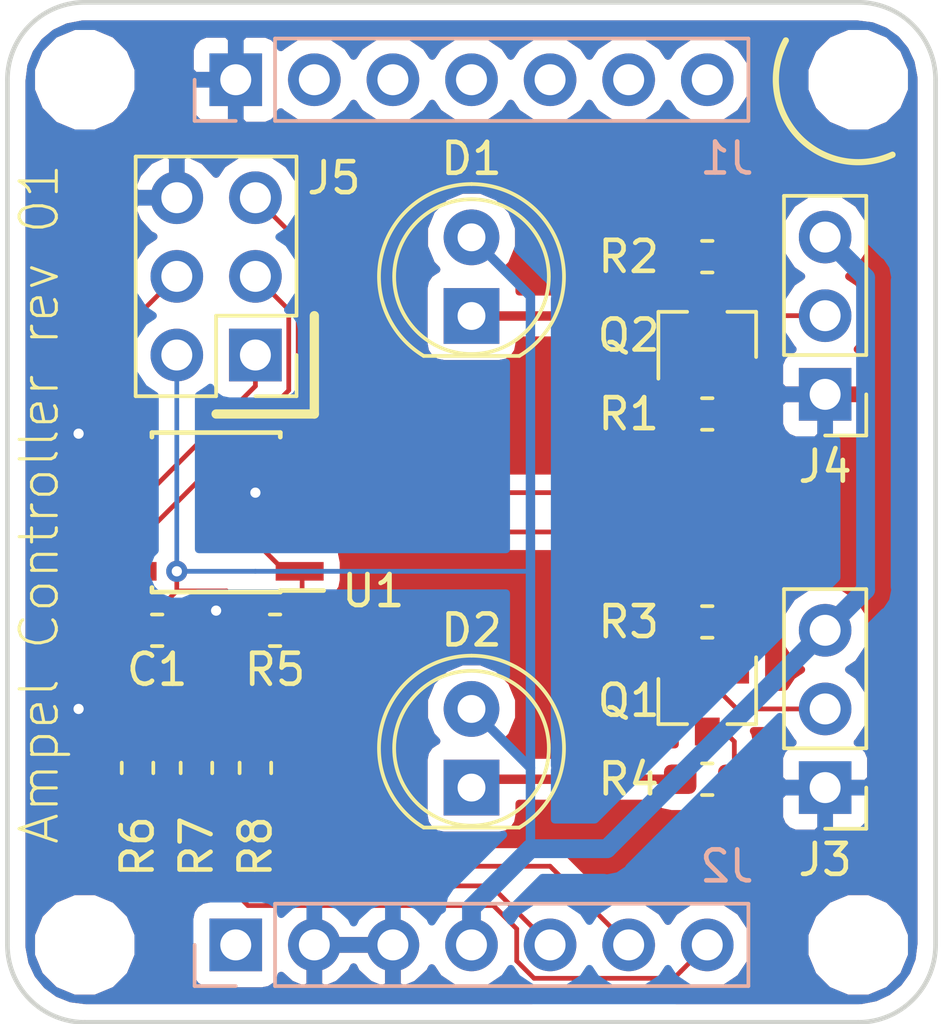
<source format=kicad_pcb>
(kicad_pcb (version 20171130) (host pcbnew 5.0.2+dfsg1-1~bpo9+1)

  (general
    (thickness 1.6)
    (drawings 12)
    (tracks 115)
    (zones 0)
    (modules 23)
    (nets 18)
  )

  (page A4)
  (layers
    (0 F.Cu signal)
    (31 B.Cu signal)
    (32 B.Adhes user)
    (33 F.Adhes user)
    (34 B.Paste user)
    (35 F.Paste user)
    (36 B.SilkS user)
    (37 F.SilkS user)
    (38 B.Mask user)
    (39 F.Mask user)
    (40 Dwgs.User user)
    (41 Cmts.User user)
    (42 Eco1.User user)
    (43 Eco2.User user)
    (44 Edge.Cuts user)
    (45 Margin user)
    (46 B.CrtYd user)
    (47 F.CrtYd user)
    (48 B.Fab user hide)
    (49 F.Fab user hide)
  )

  (setup
    (last_trace_width 0.1524)
    (trace_clearance 0.1524)
    (zone_clearance 0.508)
    (zone_45_only no)
    (trace_min 0.1524)
    (segment_width 0.2)
    (edge_width 0.15)
    (via_size 0.6858)
    (via_drill 0.3302)
    (via_min_size 0.6858)
    (via_min_drill 0.3302)
    (uvia_size 0.3)
    (uvia_drill 0.1)
    (uvias_allowed no)
    (uvia_min_size 0.2)
    (uvia_min_drill 0.1)
    (pcb_text_width 0.3)
    (pcb_text_size 1.5 1.5)
    (mod_edge_width 0.15)
    (mod_text_size 1 1)
    (mod_text_width 0.15)
    (pad_size 1.7 1.7)
    (pad_drill 1)
    (pad_to_mask_clearance 0.051)
    (solder_mask_min_width 0.25)
    (aux_axis_origin 139.065 115.57)
    (grid_origin 139.06 115.58)
    (visible_elements FFFFFF7F)
    (pcbplotparams
      (layerselection 0x010fc_ffffffff)
      (usegerberextensions false)
      (usegerberattributes false)
      (usegerberadvancedattributes false)
      (creategerberjobfile false)
      (excludeedgelayer true)
      (linewidth 0.100000)
      (plotframeref false)
      (viasonmask false)
      (mode 1)
      (useauxorigin false)
      (hpglpennumber 1)
      (hpglpenspeed 20)
      (hpglpendiameter 15.000000)
      (psnegative false)
      (psa4output false)
      (plotreference true)
      (plotvalue true)
      (plotinvisibletext false)
      (padsonsilk false)
      (subtractmaskfromsilk false)
      (outputformat 1)
      (mirror false)
      (drillshape 1)
      (scaleselection 1)
      (outputdirectory ""))
  )

  (net 0 "")
  (net 1 GND)
  (net 2 +5V)
  (net 3 INT_5V)
  (net 4 SCL_5V)
  (net 5 SDA_5V)
  (net 6 "Net-(Q1-Pad1)")
  (net 7 "Net-(Q1-Pad3)")
  (net 8 "Net-(Q2-Pad3)")
  (net 9 "Net-(Q2-Pad1)")
  (net 10 EXT_GN)
  (net 11 "Net-(D1-Pad1)")
  (net 12 EXT_RD)
  (net 13 "Net-(D2-Pad1)")
  (net 14 ISP_RST)
  (net 15 ISP_MOSI)
  (net 16 ISP_SCK)
  (net 17 ISP_MISO)

  (net_class Default "Dies ist die voreingestellte Netzklasse."
    (clearance 0.1524)
    (trace_width 0.1524)
    (via_dia 0.6858)
    (via_drill 0.3302)
    (uvia_dia 0.3)
    (uvia_drill 0.1)
    (add_net +5V)
    (add_net EXT_GN)
    (add_net EXT_RD)
    (add_net GND)
    (add_net INT_5V)
    (add_net ISP_MISO)
    (add_net ISP_MOSI)
    (add_net ISP_RST)
    (add_net ISP_SCK)
    (add_net "Net-(D1-Pad1)")
    (add_net "Net-(D2-Pad1)")
    (add_net "Net-(Q1-Pad1)")
    (add_net "Net-(Q1-Pad3)")
    (add_net "Net-(Q2-Pad1)")
    (add_net "Net-(Q2-Pad3)")
    (add_net SCL_5V)
    (add_net SDA_5V)
  )

  (module Package_TO_SOT_SMD:SOT-23 (layer F.Cu) (tedit 5A02FF57) (tstamp 5C3B1400)
    (at 241.3 124.19 270)
    (descr "SOT-23, Standard")
    (tags SOT-23)
    (path /5C2CA29B)
    (attr smd)
    (fp_text reference Q1 (at 0 2.54) (layer F.SilkS)
      (effects (font (size 1 1) (thickness 0.15)))
    )
    (fp_text value "BC 818-25" (at 0 2.5 270) (layer F.Fab)
      (effects (font (size 1 1) (thickness 0.15)))
    )
    (fp_text user %R (at 0 0) (layer F.Fab)
      (effects (font (size 0.5 0.5) (thickness 0.075)))
    )
    (fp_line (start -0.7 -0.95) (end -0.7 1.5) (layer F.Fab) (width 0.1))
    (fp_line (start -0.15 -1.52) (end 0.7 -1.52) (layer F.Fab) (width 0.1))
    (fp_line (start -0.7 -0.95) (end -0.15 -1.52) (layer F.Fab) (width 0.1))
    (fp_line (start 0.7 -1.52) (end 0.7 1.52) (layer F.Fab) (width 0.1))
    (fp_line (start -0.7 1.52) (end 0.7 1.52) (layer F.Fab) (width 0.1))
    (fp_line (start 0.76 1.58) (end 0.76 0.65) (layer F.SilkS) (width 0.12))
    (fp_line (start 0.76 -1.58) (end 0.76 -0.65) (layer F.SilkS) (width 0.12))
    (fp_line (start -1.7 -1.75) (end 1.7 -1.75) (layer F.CrtYd) (width 0.05))
    (fp_line (start 1.7 -1.75) (end 1.7 1.75) (layer F.CrtYd) (width 0.05))
    (fp_line (start 1.7 1.75) (end -1.7 1.75) (layer F.CrtYd) (width 0.05))
    (fp_line (start -1.7 1.75) (end -1.7 -1.75) (layer F.CrtYd) (width 0.05))
    (fp_line (start 0.76 -1.58) (end -1.4 -1.58) (layer F.SilkS) (width 0.12))
    (fp_line (start 0.76 1.58) (end -0.7 1.58) (layer F.SilkS) (width 0.12))
    (pad 1 smd rect (at -1 -0.95 270) (size 0.9 0.8) (layers F.Cu F.Paste F.Mask)
      (net 6 "Net-(Q1-Pad1)"))
    (pad 2 smd rect (at -1 0.95 270) (size 0.9 0.8) (layers F.Cu F.Paste F.Mask)
      (net 1 GND))
    (pad 3 smd rect (at 1 0 270) (size 0.9 0.8) (layers F.Cu F.Paste F.Mask)
      (net 7 "Net-(Q1-Pad3)"))
    (model ${KISYS3DMOD}/Package_TO_SOT_SMD.3dshapes/SOT-23.wrl
      (at (xyz 0 0 0))
      (scale (xyz 1 1 1))
      (rotate (xyz 0 0 0))
    )
  )

  (module Package_TO_SOT_SMD:SOT-23 (layer F.Cu) (tedit 5A02FF57) (tstamp 5C38478E)
    (at 241.3 112.395 90)
    (descr "SOT-23, Standard")
    (tags SOT-23)
    (path /5C2D256A)
    (attr smd)
    (fp_text reference Q2 (at 0 -2.54 180) (layer F.SilkS)
      (effects (font (size 1 1) (thickness 0.15)))
    )
    (fp_text value "BC 818-25" (at 0 2.5 90) (layer F.Fab)
      (effects (font (size 1 1) (thickness 0.15)))
    )
    (fp_line (start 0.76 1.58) (end -0.7 1.58) (layer F.SilkS) (width 0.12))
    (fp_line (start 0.76 -1.58) (end -1.4 -1.58) (layer F.SilkS) (width 0.12))
    (fp_line (start -1.7 1.75) (end -1.7 -1.75) (layer F.CrtYd) (width 0.05))
    (fp_line (start 1.7 1.75) (end -1.7 1.75) (layer F.CrtYd) (width 0.05))
    (fp_line (start 1.7 -1.75) (end 1.7 1.75) (layer F.CrtYd) (width 0.05))
    (fp_line (start -1.7 -1.75) (end 1.7 -1.75) (layer F.CrtYd) (width 0.05))
    (fp_line (start 0.76 -1.58) (end 0.76 -0.65) (layer F.SilkS) (width 0.12))
    (fp_line (start 0.76 1.58) (end 0.76 0.65) (layer F.SilkS) (width 0.12))
    (fp_line (start -0.7 1.52) (end 0.7 1.52) (layer F.Fab) (width 0.1))
    (fp_line (start 0.7 -1.52) (end 0.7 1.52) (layer F.Fab) (width 0.1))
    (fp_line (start -0.7 -0.95) (end -0.15 -1.52) (layer F.Fab) (width 0.1))
    (fp_line (start -0.15 -1.52) (end 0.7 -1.52) (layer F.Fab) (width 0.1))
    (fp_line (start -0.7 -0.95) (end -0.7 1.5) (layer F.Fab) (width 0.1))
    (fp_text user %R (at 0 0 180) (layer F.Fab)
      (effects (font (size 0.5 0.5) (thickness 0.075)))
    )
    (pad 3 smd rect (at 1 0 90) (size 0.9 0.8) (layers F.Cu F.Paste F.Mask)
      (net 8 "Net-(Q2-Pad3)"))
    (pad 2 smd rect (at -1 0.95 90) (size 0.9 0.8) (layers F.Cu F.Paste F.Mask)
      (net 1 GND))
    (pad 1 smd rect (at -1 -0.95 90) (size 0.9 0.8) (layers F.Cu F.Paste F.Mask)
      (net 9 "Net-(Q2-Pad1)"))
    (model ${KISYS3DMOD}/Package_TO_SOT_SMD.3dshapes/SOT-23.wrl
      (at (xyz 0 0 0))
      (scale (xyz 1 1 1))
      (rotate (xyz 0 0 0))
    )
  )

  (module Resistor_SMD:R_0603_1608Metric_Pad1.05x0.95mm_HandSolder (layer F.Cu) (tedit 5B301BBD) (tstamp 5C38479F)
    (at 241.3 114.935)
    (descr "Resistor SMD 0603 (1608 Metric), square (rectangular) end terminal, IPC_7351 nominal with elongated pad for handsoldering. (Body size source: http://www.tortai-tech.com/upload/download/2011102023233369053.pdf), generated with kicad-footprint-generator")
    (tags "resistor handsolder")
    (path /5C2D2580)
    (attr smd)
    (fp_text reference R1 (at -2.54 0) (layer F.SilkS)
      (effects (font (size 1 1) (thickness 0.15)))
    )
    (fp_text value 330R (at 0 1.43) (layer F.Fab)
      (effects (font (size 1 1) (thickness 0.15)))
    )
    (fp_line (start -0.8 0.4) (end -0.8 -0.4) (layer F.Fab) (width 0.1))
    (fp_line (start -0.8 -0.4) (end 0.8 -0.4) (layer F.Fab) (width 0.1))
    (fp_line (start 0.8 -0.4) (end 0.8 0.4) (layer F.Fab) (width 0.1))
    (fp_line (start 0.8 0.4) (end -0.8 0.4) (layer F.Fab) (width 0.1))
    (fp_line (start -0.171267 -0.51) (end 0.171267 -0.51) (layer F.SilkS) (width 0.12))
    (fp_line (start -0.171267 0.51) (end 0.171267 0.51) (layer F.SilkS) (width 0.12))
    (fp_line (start -1.65 0.73) (end -1.65 -0.73) (layer F.CrtYd) (width 0.05))
    (fp_line (start -1.65 -0.73) (end 1.65 -0.73) (layer F.CrtYd) (width 0.05))
    (fp_line (start 1.65 -0.73) (end 1.65 0.73) (layer F.CrtYd) (width 0.05))
    (fp_line (start 1.65 0.73) (end -1.65 0.73) (layer F.CrtYd) (width 0.05))
    (fp_text user %R (at 0 0) (layer F.Fab)
      (effects (font (size 0.4 0.4) (thickness 0.06)))
    )
    (pad 1 smd roundrect (at -0.875 0) (size 1.05 0.95) (layers F.Cu F.Paste F.Mask) (roundrect_rratio 0.25)
      (net 9 "Net-(Q2-Pad1)"))
    (pad 2 smd roundrect (at 0.875 0) (size 1.05 0.95) (layers F.Cu F.Paste F.Mask) (roundrect_rratio 0.25)
      (net 12 EXT_RD))
    (model ${KISYS3DMOD}/Resistor_SMD.3dshapes/R_0603_1608Metric.wrl
      (at (xyz 0 0 0))
      (scale (xyz 1 1 1))
      (rotate (xyz 0 0 0))
    )
  )

  (module Resistor_SMD:R_0603_1608Metric_Pad1.05x0.95mm_HandSolder (layer F.Cu) (tedit 5B301BBD) (tstamp 5C3AEAFE)
    (at 241.3 109.855)
    (descr "Resistor SMD 0603 (1608 Metric), square (rectangular) end terminal, IPC_7351 nominal with elongated pad for handsoldering. (Body size source: http://www.tortai-tech.com/upload/download/2011102023233369053.pdf), generated with kicad-footprint-generator")
    (tags "resistor handsolder")
    (path /5C2D2579)
    (attr smd)
    (fp_text reference R2 (at -2.54 0) (layer F.SilkS)
      (effects (font (size 1 1) (thickness 0.15)))
    )
    (fp_text value 100R (at 0 1.43) (layer F.Fab)
      (effects (font (size 1 1) (thickness 0.15)))
    )
    (fp_text user %R (at 0 0) (layer F.Fab)
      (effects (font (size 0.4 0.4) (thickness 0.06)))
    )
    (fp_line (start 1.65 0.73) (end -1.65 0.73) (layer F.CrtYd) (width 0.05))
    (fp_line (start 1.65 -0.73) (end 1.65 0.73) (layer F.CrtYd) (width 0.05))
    (fp_line (start -1.65 -0.73) (end 1.65 -0.73) (layer F.CrtYd) (width 0.05))
    (fp_line (start -1.65 0.73) (end -1.65 -0.73) (layer F.CrtYd) (width 0.05))
    (fp_line (start -0.171267 0.51) (end 0.171267 0.51) (layer F.SilkS) (width 0.12))
    (fp_line (start -0.171267 -0.51) (end 0.171267 -0.51) (layer F.SilkS) (width 0.12))
    (fp_line (start 0.8 0.4) (end -0.8 0.4) (layer F.Fab) (width 0.1))
    (fp_line (start 0.8 -0.4) (end 0.8 0.4) (layer F.Fab) (width 0.1))
    (fp_line (start -0.8 -0.4) (end 0.8 -0.4) (layer F.Fab) (width 0.1))
    (fp_line (start -0.8 0.4) (end -0.8 -0.4) (layer F.Fab) (width 0.1))
    (pad 2 smd roundrect (at 0.875 0) (size 1.05 0.95) (layers F.Cu F.Paste F.Mask) (roundrect_rratio 0.25)
      (net 8 "Net-(Q2-Pad3)"))
    (pad 1 smd roundrect (at -0.875 0) (size 1.05 0.95) (layers F.Cu F.Paste F.Mask) (roundrect_rratio 0.25)
      (net 11 "Net-(D1-Pad1)"))
    (model ${KISYS3DMOD}/Resistor_SMD.3dshapes/R_0603_1608Metric.wrl
      (at (xyz 0 0 0))
      (scale (xyz 1 1 1))
      (rotate (xyz 0 0 0))
    )
  )

  (module Resistor_SMD:R_0603_1608Metric_Pad1.05x0.95mm_HandSolder (layer F.Cu) (tedit 5B301BBD) (tstamp 5C3B1438)
    (at 241.3 121.65 180)
    (descr "Resistor SMD 0603 (1608 Metric), square (rectangular) end terminal, IPC_7351 nominal with elongated pad for handsoldering. (Body size source: http://www.tortai-tech.com/upload/download/2011102023233369053.pdf), generated with kicad-footprint-generator")
    (tags "resistor handsolder")
    (path /5C2CA3F0)
    (attr smd)
    (fp_text reference R3 (at 2.54 0 180) (layer F.SilkS)
      (effects (font (size 1 1) (thickness 0.15)))
    )
    (fp_text value 330R (at 0 1.43 180) (layer F.Fab)
      (effects (font (size 1 1) (thickness 0.15)))
    )
    (fp_text user %R (at 0 0 180) (layer F.Fab)
      (effects (font (size 0.4 0.4) (thickness 0.06)))
    )
    (fp_line (start 1.65 0.73) (end -1.65 0.73) (layer F.CrtYd) (width 0.05))
    (fp_line (start 1.65 -0.73) (end 1.65 0.73) (layer F.CrtYd) (width 0.05))
    (fp_line (start -1.65 -0.73) (end 1.65 -0.73) (layer F.CrtYd) (width 0.05))
    (fp_line (start -1.65 0.73) (end -1.65 -0.73) (layer F.CrtYd) (width 0.05))
    (fp_line (start -0.171267 0.51) (end 0.171267 0.51) (layer F.SilkS) (width 0.12))
    (fp_line (start -0.171267 -0.51) (end 0.171267 -0.51) (layer F.SilkS) (width 0.12))
    (fp_line (start 0.8 0.4) (end -0.8 0.4) (layer F.Fab) (width 0.1))
    (fp_line (start 0.8 -0.4) (end 0.8 0.4) (layer F.Fab) (width 0.1))
    (fp_line (start -0.8 -0.4) (end 0.8 -0.4) (layer F.Fab) (width 0.1))
    (fp_line (start -0.8 0.4) (end -0.8 -0.4) (layer F.Fab) (width 0.1))
    (pad 2 smd roundrect (at 0.875 0 180) (size 1.05 0.95) (layers F.Cu F.Paste F.Mask) (roundrect_rratio 0.25)
      (net 10 EXT_GN))
    (pad 1 smd roundrect (at -0.875 0 180) (size 1.05 0.95) (layers F.Cu F.Paste F.Mask) (roundrect_rratio 0.25)
      (net 6 "Net-(Q1-Pad1)"))
    (model ${KISYS3DMOD}/Resistor_SMD.3dshapes/R_0603_1608Metric.wrl
      (at (xyz 0 0 0))
      (scale (xyz 1 1 1))
      (rotate (xyz 0 0 0))
    )
  )

  (module Resistor_SMD:R_0603_1608Metric_Pad1.05x0.95mm_HandSolder (layer F.Cu) (tedit 5B301BBD) (tstamp 5C3B13C0)
    (at 241.3 126.73)
    (descr "Resistor SMD 0603 (1608 Metric), square (rectangular) end terminal, IPC_7351 nominal with elongated pad for handsoldering. (Body size source: http://www.tortai-tech.com/upload/download/2011102023233369053.pdf), generated with kicad-footprint-generator")
    (tags "resistor handsolder")
    (path /5C2CA293)
    (attr smd)
    (fp_text reference R4 (at -2.54 0) (layer F.SilkS)
      (effects (font (size 1 1) (thickness 0.15)))
    )
    (fp_text value 100R (at 0 1.43) (layer F.Fab)
      (effects (font (size 1 1) (thickness 0.15)))
    )
    (fp_line (start -0.8 0.4) (end -0.8 -0.4) (layer F.Fab) (width 0.1))
    (fp_line (start -0.8 -0.4) (end 0.8 -0.4) (layer F.Fab) (width 0.1))
    (fp_line (start 0.8 -0.4) (end 0.8 0.4) (layer F.Fab) (width 0.1))
    (fp_line (start 0.8 0.4) (end -0.8 0.4) (layer F.Fab) (width 0.1))
    (fp_line (start -0.171267 -0.51) (end 0.171267 -0.51) (layer F.SilkS) (width 0.12))
    (fp_line (start -0.171267 0.51) (end 0.171267 0.51) (layer F.SilkS) (width 0.12))
    (fp_line (start -1.65 0.73) (end -1.65 -0.73) (layer F.CrtYd) (width 0.05))
    (fp_line (start -1.65 -0.73) (end 1.65 -0.73) (layer F.CrtYd) (width 0.05))
    (fp_line (start 1.65 -0.73) (end 1.65 0.73) (layer F.CrtYd) (width 0.05))
    (fp_line (start 1.65 0.73) (end -1.65 0.73) (layer F.CrtYd) (width 0.05))
    (fp_text user %R (at 0 0) (layer F.Fab)
      (effects (font (size 0.4 0.4) (thickness 0.06)))
    )
    (pad 1 smd roundrect (at -0.875 0) (size 1.05 0.95) (layers F.Cu F.Paste F.Mask) (roundrect_rratio 0.25)
      (net 13 "Net-(D2-Pad1)"))
    (pad 2 smd roundrect (at 0.875 0) (size 1.05 0.95) (layers F.Cu F.Paste F.Mask) (roundrect_rratio 0.25)
      (net 7 "Net-(Q1-Pad3)"))
    (model ${KISYS3DMOD}/Resistor_SMD.3dshapes/R_0603_1608Metric.wrl
      (at (xyz 0 0 0))
      (scale (xyz 1 1 1))
      (rotate (xyz 0 0 0))
    )
  )

  (module Resistor_SMD:R_0603_1608Metric_Pad1.05x0.95mm_HandSolder (layer F.Cu) (tedit 5B301BBD) (tstamp 5C398986)
    (at 227.33 121.92)
    (descr "Resistor SMD 0603 (1608 Metric), square (rectangular) end terminal, IPC_7351 nominal with elongated pad for handsoldering. (Body size source: http://www.tortai-tech.com/upload/download/2011102023233369053.pdf), generated with kicad-footprint-generator")
    (tags "resistor handsolder")
    (path /5C2BF4BB)
    (attr smd)
    (fp_text reference R5 (at 0 1.27) (layer F.SilkS)
      (effects (font (size 1 1) (thickness 0.15)))
    )
    (fp_text value 10K (at 0 1.43) (layer F.Fab)
      (effects (font (size 1 1) (thickness 0.15)))
    )
    (fp_text user %R (at 0 0) (layer F.Fab)
      (effects (font (size 0.4 0.4) (thickness 0.06)))
    )
    (fp_line (start 1.65 0.73) (end -1.65 0.73) (layer F.CrtYd) (width 0.05))
    (fp_line (start 1.65 -0.73) (end 1.65 0.73) (layer F.CrtYd) (width 0.05))
    (fp_line (start -1.65 -0.73) (end 1.65 -0.73) (layer F.CrtYd) (width 0.05))
    (fp_line (start -1.65 0.73) (end -1.65 -0.73) (layer F.CrtYd) (width 0.05))
    (fp_line (start -0.171267 0.51) (end 0.171267 0.51) (layer F.SilkS) (width 0.12))
    (fp_line (start -0.171267 -0.51) (end 0.171267 -0.51) (layer F.SilkS) (width 0.12))
    (fp_line (start 0.8 0.4) (end -0.8 0.4) (layer F.Fab) (width 0.1))
    (fp_line (start 0.8 -0.4) (end 0.8 0.4) (layer F.Fab) (width 0.1))
    (fp_line (start -0.8 -0.4) (end 0.8 -0.4) (layer F.Fab) (width 0.1))
    (fp_line (start -0.8 0.4) (end -0.8 -0.4) (layer F.Fab) (width 0.1))
    (pad 2 smd roundrect (at 0.875 0) (size 1.05 0.95) (layers F.Cu F.Paste F.Mask) (roundrect_rratio 0.25)
      (net 14 ISP_RST))
    (pad 1 smd roundrect (at -0.875 0) (size 1.05 0.95) (layers F.Cu F.Paste F.Mask) (roundrect_rratio 0.25)
      (net 2 +5V))
    (model ${KISYS3DMOD}/Resistor_SMD.3dshapes/R_0603_1608Metric.wrl
      (at (xyz 0 0 0))
      (scale (xyz 1 1 1))
      (rotate (xyz 0 0 0))
    )
  )

  (module Resistor_SMD:R_0603_1608Metric_Pad1.05x0.95mm_HandSolder (layer F.Cu) (tedit 5B301BBD) (tstamp 5C398592)
    (at 222.885 126.365 90)
    (descr "Resistor SMD 0603 (1608 Metric), square (rectangular) end terminal, IPC_7351 nominal with elongated pad for handsoldering. (Body size source: http://www.tortai-tech.com/upload/download/2011102023233369053.pdf), generated with kicad-footprint-generator")
    (tags "resistor handsolder")
    (path /5C2E6415)
    (attr smd)
    (fp_text reference R6 (at -2.54 0 90) (layer F.SilkS)
      (effects (font (size 1 1) (thickness 0.15)))
    )
    (fp_text value 10R (at 0 1.43 90) (layer F.Fab)
      (effects (font (size 1 1) (thickness 0.15)))
    )
    (fp_text user %R (at 0 0 90) (layer F.Fab)
      (effects (font (size 0.4 0.4) (thickness 0.06)))
    )
    (fp_line (start 1.65 0.73) (end -1.65 0.73) (layer F.CrtYd) (width 0.05))
    (fp_line (start 1.65 -0.73) (end 1.65 0.73) (layer F.CrtYd) (width 0.05))
    (fp_line (start -1.65 -0.73) (end 1.65 -0.73) (layer F.CrtYd) (width 0.05))
    (fp_line (start -1.65 0.73) (end -1.65 -0.73) (layer F.CrtYd) (width 0.05))
    (fp_line (start -0.171267 0.51) (end 0.171267 0.51) (layer F.SilkS) (width 0.12))
    (fp_line (start -0.171267 -0.51) (end 0.171267 -0.51) (layer F.SilkS) (width 0.12))
    (fp_line (start 0.8 0.4) (end -0.8 0.4) (layer F.Fab) (width 0.1))
    (fp_line (start 0.8 -0.4) (end 0.8 0.4) (layer F.Fab) (width 0.1))
    (fp_line (start -0.8 -0.4) (end 0.8 -0.4) (layer F.Fab) (width 0.1))
    (fp_line (start -0.8 0.4) (end -0.8 -0.4) (layer F.Fab) (width 0.1))
    (pad 2 smd roundrect (at 0.875 0 90) (size 1.05 0.95) (layers F.Cu F.Paste F.Mask) (roundrect_rratio 0.25)
      (net 15 ISP_MOSI))
    (pad 1 smd roundrect (at -0.875 0 90) (size 1.05 0.95) (layers F.Cu F.Paste F.Mask) (roundrect_rratio 0.25)
      (net 5 SDA_5V))
    (model ${KISYS3DMOD}/Resistor_SMD.3dshapes/R_0603_1608Metric.wrl
      (at (xyz 0 0 0))
      (scale (xyz 1 1 1))
      (rotate (xyz 0 0 0))
    )
  )

  (module Resistor_SMD:R_0603_1608Metric_Pad1.05x0.95mm_HandSolder (layer F.Cu) (tedit 5B301BBD) (tstamp 5C384805)
    (at 224.79 126.365 90)
    (descr "Resistor SMD 0603 (1608 Metric), square (rectangular) end terminal, IPC_7351 nominal with elongated pad for handsoldering. (Body size source: http://www.tortai-tech.com/upload/download/2011102023233369053.pdf), generated with kicad-footprint-generator")
    (tags "resistor handsolder")
    (path /5C2E9A00)
    (attr smd)
    (fp_text reference R7 (at -2.54 0 90) (layer F.SilkS)
      (effects (font (size 1 1) (thickness 0.15)))
    )
    (fp_text value 10R (at 0 1.43 90) (layer F.Fab)
      (effects (font (size 1 1) (thickness 0.15)))
    )
    (fp_line (start -0.8 0.4) (end -0.8 -0.4) (layer F.Fab) (width 0.1))
    (fp_line (start -0.8 -0.4) (end 0.8 -0.4) (layer F.Fab) (width 0.1))
    (fp_line (start 0.8 -0.4) (end 0.8 0.4) (layer F.Fab) (width 0.1))
    (fp_line (start 0.8 0.4) (end -0.8 0.4) (layer F.Fab) (width 0.1))
    (fp_line (start -0.171267 -0.51) (end 0.171267 -0.51) (layer F.SilkS) (width 0.12))
    (fp_line (start -0.171267 0.51) (end 0.171267 0.51) (layer F.SilkS) (width 0.12))
    (fp_line (start -1.65 0.73) (end -1.65 -0.73) (layer F.CrtYd) (width 0.05))
    (fp_line (start -1.65 -0.73) (end 1.65 -0.73) (layer F.CrtYd) (width 0.05))
    (fp_line (start 1.65 -0.73) (end 1.65 0.73) (layer F.CrtYd) (width 0.05))
    (fp_line (start 1.65 0.73) (end -1.65 0.73) (layer F.CrtYd) (width 0.05))
    (fp_text user %R (at 0 0 90) (layer F.Fab)
      (effects (font (size 0.4 0.4) (thickness 0.06)))
    )
    (pad 1 smd roundrect (at -0.875 0 90) (size 1.05 0.95) (layers F.Cu F.Paste F.Mask) (roundrect_rratio 0.25)
      (net 3 INT_5V))
    (pad 2 smd roundrect (at 0.875 0 90) (size 1.05 0.95) (layers F.Cu F.Paste F.Mask) (roundrect_rratio 0.25)
      (net 17 ISP_MISO))
    (model ${KISYS3DMOD}/Resistor_SMD.3dshapes/R_0603_1608Metric.wrl
      (at (xyz 0 0 0))
      (scale (xyz 1 1 1))
      (rotate (xyz 0 0 0))
    )
  )

  (module Resistor_SMD:R_0603_1608Metric_Pad1.05x0.95mm_HandSolder (layer F.Cu) (tedit 5B301BBD) (tstamp 5C384816)
    (at 226.695 126.365 90)
    (descr "Resistor SMD 0603 (1608 Metric), square (rectangular) end terminal, IPC_7351 nominal with elongated pad for handsoldering. (Body size source: http://www.tortai-tech.com/upload/download/2011102023233369053.pdf), generated with kicad-footprint-generator")
    (tags "resistor handsolder")
    (path /5C2E9A38)
    (attr smd)
    (fp_text reference R8 (at -2.54 0 90) (layer F.SilkS)
      (effects (font (size 1 1) (thickness 0.15)))
    )
    (fp_text value 10R (at 0 1.43 90) (layer F.Fab)
      (effects (font (size 1 1) (thickness 0.15)))
    )
    (fp_line (start -0.8 0.4) (end -0.8 -0.4) (layer F.Fab) (width 0.1))
    (fp_line (start -0.8 -0.4) (end 0.8 -0.4) (layer F.Fab) (width 0.1))
    (fp_line (start 0.8 -0.4) (end 0.8 0.4) (layer F.Fab) (width 0.1))
    (fp_line (start 0.8 0.4) (end -0.8 0.4) (layer F.Fab) (width 0.1))
    (fp_line (start -0.171267 -0.51) (end 0.171267 -0.51) (layer F.SilkS) (width 0.12))
    (fp_line (start -0.171267 0.51) (end 0.171267 0.51) (layer F.SilkS) (width 0.12))
    (fp_line (start -1.65 0.73) (end -1.65 -0.73) (layer F.CrtYd) (width 0.05))
    (fp_line (start -1.65 -0.73) (end 1.65 -0.73) (layer F.CrtYd) (width 0.05))
    (fp_line (start 1.65 -0.73) (end 1.65 0.73) (layer F.CrtYd) (width 0.05))
    (fp_line (start 1.65 0.73) (end -1.65 0.73) (layer F.CrtYd) (width 0.05))
    (fp_text user %R (at 0 0 90) (layer F.Fab)
      (effects (font (size 0.4 0.4) (thickness 0.06)))
    )
    (pad 1 smd roundrect (at -0.875 0 90) (size 1.05 0.95) (layers F.Cu F.Paste F.Mask) (roundrect_rratio 0.25)
      (net 4 SCL_5V))
    (pad 2 smd roundrect (at 0.875 0 90) (size 1.05 0.95) (layers F.Cu F.Paste F.Mask) (roundrect_rratio 0.25)
      (net 16 ISP_SCK))
    (model ${KISYS3DMOD}/Resistor_SMD.3dshapes/R_0603_1608Metric.wrl
      (at (xyz 0 0 0))
      (scale (xyz 1 1 1))
      (rotate (xyz 0 0 0))
    )
  )

  (module Connector_PinHeader_2.54mm:PinHeader_1x03_P2.54mm_Vertical (layer F.Cu) (tedit 59FED5CC) (tstamp 5C3B0BA9)
    (at 245.11 127 180)
    (descr "Through hole straight pin header, 1x03, 2.54mm pitch, single row")
    (tags "Through hole pin header THT 1x03 2.54mm single row")
    (path /5C28E27D)
    (fp_text reference J3 (at 0 -2.33 180) (layer F.SilkS)
      (effects (font (size 1 1) (thickness 0.15)))
    )
    (fp_text value Conn_01x03_Male (at 0 7.41 180) (layer F.Fab)
      (effects (font (size 1 1) (thickness 0.15)))
    )
    (fp_line (start -0.635 -1.27) (end 1.27 -1.27) (layer F.Fab) (width 0.1))
    (fp_line (start 1.27 -1.27) (end 1.27 6.35) (layer F.Fab) (width 0.1))
    (fp_line (start 1.27 6.35) (end -1.27 6.35) (layer F.Fab) (width 0.1))
    (fp_line (start -1.27 6.35) (end -1.27 -0.635) (layer F.Fab) (width 0.1))
    (fp_line (start -1.27 -0.635) (end -0.635 -1.27) (layer F.Fab) (width 0.1))
    (fp_line (start -1.33 6.41) (end 1.33 6.41) (layer F.SilkS) (width 0.12))
    (fp_line (start -1.33 1.27) (end -1.33 6.41) (layer F.SilkS) (width 0.12))
    (fp_line (start 1.33 1.27) (end 1.33 6.41) (layer F.SilkS) (width 0.12))
    (fp_line (start -1.33 1.27) (end 1.33 1.27) (layer F.SilkS) (width 0.12))
    (fp_line (start -1.33 0) (end -1.33 -1.33) (layer F.SilkS) (width 0.12))
    (fp_line (start -1.33 -1.33) (end 0 -1.33) (layer F.SilkS) (width 0.12))
    (fp_line (start -1.8 -1.8) (end -1.8 6.85) (layer F.CrtYd) (width 0.05))
    (fp_line (start -1.8 6.85) (end 1.8 6.85) (layer F.CrtYd) (width 0.05))
    (fp_line (start 1.8 6.85) (end 1.8 -1.8) (layer F.CrtYd) (width 0.05))
    (fp_line (start 1.8 -1.8) (end -1.8 -1.8) (layer F.CrtYd) (width 0.05))
    (fp_text user %R (at 0 2.54 270) (layer F.Fab)
      (effects (font (size 1 1) (thickness 0.15)))
    )
    (pad 1 thru_hole rect (at 0 0 180) (size 1.7 1.7) (drill 1) (layers *.Cu *.Mask)
      (net 1 GND))
    (pad 2 thru_hole oval (at 0 2.54 180) (size 1.7 1.7) (drill 1) (layers *.Cu *.Mask)
      (net 10 EXT_GN))
    (pad 3 thru_hole oval (at 0 5.08 180) (size 1.7 1.7) (drill 1) (layers *.Cu *.Mask)
      (net 2 +5V))
    (model ${KISYS3DMOD}/Connector_PinHeader_2.54mm.3dshapes/PinHeader_1x03_P2.54mm_Vertical.wrl
      (at (xyz 0 0 0))
      (scale (xyz 1 1 1))
      (rotate (xyz 0 0 0))
    )
  )

  (module Connector_PinHeader_2.54mm:PinHeader_1x03_P2.54mm_Vertical (layer F.Cu) (tedit 59FED5CC) (tstamp 5C3B0A5C)
    (at 245.11 114.3 180)
    (descr "Through hole straight pin header, 1x03, 2.54mm pitch, single row")
    (tags "Through hole pin header THT 1x03 2.54mm single row")
    (path /5C28DE0B)
    (fp_text reference J4 (at 0 -2.33 180) (layer F.SilkS)
      (effects (font (size 1 1) (thickness 0.15)))
    )
    (fp_text value Conn_01x03_Male (at 0 7.41 180) (layer F.Fab)
      (effects (font (size 1 1) (thickness 0.15)))
    )
    (fp_text user %R (at 0 2.54 270) (layer F.Fab)
      (effects (font (size 1 1) (thickness 0.15)))
    )
    (fp_line (start 1.8 -1.8) (end -1.8 -1.8) (layer F.CrtYd) (width 0.05))
    (fp_line (start 1.8 6.85) (end 1.8 -1.8) (layer F.CrtYd) (width 0.05))
    (fp_line (start -1.8 6.85) (end 1.8 6.85) (layer F.CrtYd) (width 0.05))
    (fp_line (start -1.8 -1.8) (end -1.8 6.85) (layer F.CrtYd) (width 0.05))
    (fp_line (start -1.33 -1.33) (end 0 -1.33) (layer F.SilkS) (width 0.12))
    (fp_line (start -1.33 0) (end -1.33 -1.33) (layer F.SilkS) (width 0.12))
    (fp_line (start -1.33 1.27) (end 1.33 1.27) (layer F.SilkS) (width 0.12))
    (fp_line (start 1.33 1.27) (end 1.33 6.41) (layer F.SilkS) (width 0.12))
    (fp_line (start -1.33 1.27) (end -1.33 6.41) (layer F.SilkS) (width 0.12))
    (fp_line (start -1.33 6.41) (end 1.33 6.41) (layer F.SilkS) (width 0.12))
    (fp_line (start -1.27 -0.635) (end -0.635 -1.27) (layer F.Fab) (width 0.1))
    (fp_line (start -1.27 6.35) (end -1.27 -0.635) (layer F.Fab) (width 0.1))
    (fp_line (start 1.27 6.35) (end -1.27 6.35) (layer F.Fab) (width 0.1))
    (fp_line (start 1.27 -1.27) (end 1.27 6.35) (layer F.Fab) (width 0.1))
    (fp_line (start -0.635 -1.27) (end 1.27 -1.27) (layer F.Fab) (width 0.1))
    (pad 3 thru_hole oval (at 0 5.08 180) (size 1.7 1.7) (drill 1) (layers *.Cu *.Mask)
      (net 2 +5V))
    (pad 2 thru_hole oval (at 0 2.54 180) (size 1.7 1.7) (drill 1) (layers *.Cu *.Mask)
      (net 12 EXT_RD))
    (pad 1 thru_hole rect (at 0 0 180) (size 1.7 1.7) (drill 1) (layers *.Cu *.Mask)
      (net 1 GND))
    (model ${KISYS3DMOD}/Connector_PinHeader_2.54mm.3dshapes/PinHeader_1x03_P2.54mm_Vertical.wrl
      (at (xyz 0 0 0))
      (scale (xyz 1 1 1))
      (rotate (xyz 0 0 0))
    )
  )

  (module Connector_PinHeader_2.54mm:PinHeader_2x03_P2.54mm_Vertical (layer F.Cu) (tedit 59FED5CC) (tstamp 5C391595)
    (at 226.695 113.03 180)
    (descr "Through hole straight pin header, 2x03, 2.54mm pitch, double rows")
    (tags "Through hole pin header THT 2x03 2.54mm double row")
    (path /5C2BBFFA)
    (fp_text reference J5 (at -2.54 5.715 180) (layer F.SilkS)
      (effects (font (size 1 1) (thickness 0.15)))
    )
    (fp_text value AVR-ISP-6 (at 1.27 7.41 180) (layer F.Fab)
      (effects (font (size 1 1) (thickness 0.15)))
    )
    (fp_line (start 0 -1.27) (end 3.81 -1.27) (layer F.Fab) (width 0.1))
    (fp_line (start 3.81 -1.27) (end 3.81 6.35) (layer F.Fab) (width 0.1))
    (fp_line (start 3.81 6.35) (end -1.27 6.35) (layer F.Fab) (width 0.1))
    (fp_line (start -1.27 6.35) (end -1.27 0) (layer F.Fab) (width 0.1))
    (fp_line (start -1.27 0) (end 0 -1.27) (layer F.Fab) (width 0.1))
    (fp_line (start -1.33 6.41) (end 3.87 6.41) (layer F.SilkS) (width 0.12))
    (fp_line (start -1.33 1.27) (end -1.33 6.41) (layer F.SilkS) (width 0.12))
    (fp_line (start 3.87 -1.33) (end 3.87 6.41) (layer F.SilkS) (width 0.12))
    (fp_line (start -1.33 1.27) (end 1.27 1.27) (layer F.SilkS) (width 0.12))
    (fp_line (start 1.27 1.27) (end 1.27 -1.33) (layer F.SilkS) (width 0.12))
    (fp_line (start 1.27 -1.33) (end 3.87 -1.33) (layer F.SilkS) (width 0.12))
    (fp_line (start -1.33 0) (end -1.33 -1.33) (layer F.SilkS) (width 0.12))
    (fp_line (start -1.33 -1.33) (end 0 -1.33) (layer F.SilkS) (width 0.12))
    (fp_line (start -1.8 -1.8) (end -1.8 6.85) (layer F.CrtYd) (width 0.05))
    (fp_line (start -1.8 6.85) (end 4.35 6.85) (layer F.CrtYd) (width 0.05))
    (fp_line (start 4.35 6.85) (end 4.35 -1.8) (layer F.CrtYd) (width 0.05))
    (fp_line (start 4.35 -1.8) (end -1.8 -1.8) (layer F.CrtYd) (width 0.05))
    (fp_text user %R (at 1.27 2.54 -90) (layer F.Fab)
      (effects (font (size 1 1) (thickness 0.15)))
    )
    (pad 1 thru_hole rect (at 0 0 180) (size 1.7 1.7) (drill 1) (layers *.Cu *.Mask)
      (net 17 ISP_MISO))
    (pad 2 thru_hole oval (at 2.54 0 180) (size 1.7 1.7) (drill 1) (layers *.Cu *.Mask)
      (net 2 +5V))
    (pad 3 thru_hole oval (at 0 2.54 180) (size 1.7 1.7) (drill 1) (layers *.Cu *.Mask)
      (net 16 ISP_SCK))
    (pad 4 thru_hole oval (at 2.54 2.54 180) (size 1.7 1.7) (drill 1) (layers *.Cu *.Mask)
      (net 15 ISP_MOSI))
    (pad 5 thru_hole oval (at 0 5.08 180) (size 1.7 1.7) (drill 1) (layers *.Cu *.Mask)
      (net 14 ISP_RST))
    (pad 6 thru_hole oval (at 2.54 5.08 180) (size 1.7 1.7) (drill 1) (layers *.Cu *.Mask)
      (net 1 GND))
    (model ${KISYS3DMOD}/Connector_PinHeader_2.54mm.3dshapes/PinHeader_2x03_P2.54mm_Vertical.wrl
      (at (xyz 0 0 0))
      (scale (xyz 1 1 1))
      (rotate (xyz 0 0 0))
    )
  )

  (module LED_THT:LED_D5.0mm (layer F.Cu) (tedit 5995936A) (tstamp 5C3B01F5)
    (at 233.68 111.77 90)
    (descr "LED, diameter 5.0mm, 2 pins, http://cdn-reichelt.de/documents/datenblatt/A500/LL-504BC2E-009.pdf")
    (tags "LED diameter 5.0mm 2 pins")
    (path /5C2D2572)
    (fp_text reference D1 (at 5.08 0 180) (layer F.SilkS)
      (effects (font (size 1 1) (thickness 0.15)))
    )
    (fp_text value rd (at 1.27 3.96 90) (layer F.Fab)
      (effects (font (size 1 1) (thickness 0.15)))
    )
    (fp_text user %R (at 1.25 0 90) (layer F.Fab)
      (effects (font (size 0.8 0.8) (thickness 0.2)))
    )
    (fp_line (start 4.5 -3.25) (end -1.95 -3.25) (layer F.CrtYd) (width 0.05))
    (fp_line (start 4.5 3.25) (end 4.5 -3.25) (layer F.CrtYd) (width 0.05))
    (fp_line (start -1.95 3.25) (end 4.5 3.25) (layer F.CrtYd) (width 0.05))
    (fp_line (start -1.95 -3.25) (end -1.95 3.25) (layer F.CrtYd) (width 0.05))
    (fp_line (start -1.29 -1.545) (end -1.29 1.545) (layer F.SilkS) (width 0.12))
    (fp_line (start -1.23 -1.469694) (end -1.23 1.469694) (layer F.Fab) (width 0.1))
    (fp_circle (center 1.27 0) (end 3.77 0) (layer F.SilkS) (width 0.12))
    (fp_circle (center 1.27 0) (end 3.77 0) (layer F.Fab) (width 0.1))
    (fp_arc (start 1.27 0) (end -1.29 1.54483) (angle -148.9) (layer F.SilkS) (width 0.12))
    (fp_arc (start 1.27 0) (end -1.29 -1.54483) (angle 148.9) (layer F.SilkS) (width 0.12))
    (fp_arc (start 1.27 0) (end -1.23 -1.469694) (angle 299.1) (layer F.Fab) (width 0.1))
    (pad 2 thru_hole circle (at 2.54 0 90) (size 1.8 1.8) (drill 0.9) (layers *.Cu *.Mask)
      (net 2 +5V))
    (pad 1 thru_hole rect (at 0 0 90) (size 1.8 1.8) (drill 0.9) (layers *.Cu *.Mask)
      (net 11 "Net-(D1-Pad1)"))
    (model ${KISYS3DMOD}/LED_THT.3dshapes/LED_D5.0mm.wrl
      (at (xyz 0 0 0))
      (scale (xyz 1 1 1))
      (rotate (xyz 0 0 0))
    )
  )

  (module LED_THT:LED_D5.0mm (layer F.Cu) (tedit 5995936A) (tstamp 5C392616)
    (at 233.68 127 90)
    (descr "LED, diameter 5.0mm, 2 pins, http://cdn-reichelt.de/documents/datenblatt/A500/LL-504BC2E-009.pdf")
    (tags "LED diameter 5.0mm 2 pins")
    (path /5C2CA100)
    (fp_text reference D2 (at 5.08 0 180) (layer F.SilkS)
      (effects (font (size 1 1) (thickness 0.15)))
    )
    (fp_text value gn (at 1.27 3.96 90) (layer F.Fab)
      (effects (font (size 1 1) (thickness 0.15)))
    )
    (fp_arc (start 1.27 0) (end -1.23 -1.469694) (angle 299.1) (layer F.Fab) (width 0.1))
    (fp_arc (start 1.27 0) (end -1.29 -1.54483) (angle 148.9) (layer F.SilkS) (width 0.12))
    (fp_arc (start 1.27 0) (end -1.29 1.54483) (angle -148.9) (layer F.SilkS) (width 0.12))
    (fp_circle (center 1.27 0) (end 3.77 0) (layer F.Fab) (width 0.1))
    (fp_circle (center 1.27 0) (end 3.77 0) (layer F.SilkS) (width 0.12))
    (fp_line (start -1.23 -1.469694) (end -1.23 1.469694) (layer F.Fab) (width 0.1))
    (fp_line (start -1.29 -1.545) (end -1.29 1.545) (layer F.SilkS) (width 0.12))
    (fp_line (start -1.95 -3.25) (end -1.95 3.25) (layer F.CrtYd) (width 0.05))
    (fp_line (start -1.95 3.25) (end 4.5 3.25) (layer F.CrtYd) (width 0.05))
    (fp_line (start 4.5 3.25) (end 4.5 -3.25) (layer F.CrtYd) (width 0.05))
    (fp_line (start 4.5 -3.25) (end -1.95 -3.25) (layer F.CrtYd) (width 0.05))
    (fp_text user %R (at 1.25 0 90) (layer F.Fab)
      (effects (font (size 0.8 0.8) (thickness 0.2)))
    )
    (pad 1 thru_hole rect (at 0 0 90) (size 1.8 1.8) (drill 0.9) (layers *.Cu *.Mask)
      (net 13 "Net-(D2-Pad1)"))
    (pad 2 thru_hole circle (at 2.54 0 90) (size 1.8 1.8) (drill 0.9) (layers *.Cu *.Mask)
      (net 2 +5V))
    (model ${KISYS3DMOD}/LED_THT.3dshapes/LED_D5.0mm.wrl
      (at (xyz 0 0 0))
      (scale (xyz 1 1 1))
      (rotate (xyz 0 0 0))
    )
  )

  (module Capacitor_SMD:C_0603_1608Metric_Pad1.05x0.95mm_HandSolder (layer F.Cu) (tedit 5B301BBE) (tstamp 5C39347F)
    (at 223.52 121.92)
    (descr "Capacitor SMD 0603 (1608 Metric), square (rectangular) end terminal, IPC_7351 nominal with elongated pad for handsoldering. (Body size source: http://www.tortai-tech.com/upload/download/2011102023233369053.pdf), generated with kicad-footprint-generator")
    (tags "capacitor handsolder")
    (path /5C2BF61C)
    (attr smd)
    (fp_text reference C1 (at 0 1.27) (layer F.SilkS)
      (effects (font (size 1 1) (thickness 0.15)))
    )
    (fp_text value 100n (at 0 1.43) (layer F.Fab)
      (effects (font (size 1 1) (thickness 0.15)))
    )
    (fp_line (start -0.8 0.4) (end -0.8 -0.4) (layer F.Fab) (width 0.1))
    (fp_line (start -0.8 -0.4) (end 0.8 -0.4) (layer F.Fab) (width 0.1))
    (fp_line (start 0.8 -0.4) (end 0.8 0.4) (layer F.Fab) (width 0.1))
    (fp_line (start 0.8 0.4) (end -0.8 0.4) (layer F.Fab) (width 0.1))
    (fp_line (start -0.171267 -0.51) (end 0.171267 -0.51) (layer F.SilkS) (width 0.12))
    (fp_line (start -0.171267 0.51) (end 0.171267 0.51) (layer F.SilkS) (width 0.12))
    (fp_line (start -1.65 0.73) (end -1.65 -0.73) (layer F.CrtYd) (width 0.05))
    (fp_line (start -1.65 -0.73) (end 1.65 -0.73) (layer F.CrtYd) (width 0.05))
    (fp_line (start 1.65 -0.73) (end 1.65 0.73) (layer F.CrtYd) (width 0.05))
    (fp_line (start 1.65 0.73) (end -1.65 0.73) (layer F.CrtYd) (width 0.05))
    (fp_text user %R (at 0 0) (layer F.Fab)
      (effects (font (size 0.4 0.4) (thickness 0.06)))
    )
    (pad 1 smd roundrect (at -0.875 0) (size 1.05 0.95) (layers F.Cu F.Paste F.Mask) (roundrect_rratio 0.25)
      (net 2 +5V))
    (pad 2 smd roundrect (at 0.875 0) (size 1.05 0.95) (layers F.Cu F.Paste F.Mask) (roundrect_rratio 0.25)
      (net 1 GND))
    (model ${KISYS3DMOD}/Capacitor_SMD.3dshapes/C_0603_1608Metric.wrl
      (at (xyz 0 0 0))
      (scale (xyz 1 1 1))
      (rotate (xyz 0 0 0))
    )
  )

  (module Package_SO:SOIC-8_3.9x4.9mm_P1.27mm (layer F.Cu) (tedit 5A02F2D3) (tstamp 5C398394)
    (at 225.425 118.11 180)
    (descr "8-Lead Plastic Small Outline (SN) - Narrow, 3.90 mm Body [SOIC] (see Microchip Packaging Specification http://ww1.microchip.com/downloads/en/PackagingSpec/00000049BQ.pdf)")
    (tags "SOIC 1.27")
    (path /5C2BE787)
    (attr smd)
    (fp_text reference U1 (at -5.08 -2.54 180) (layer F.SilkS)
      (effects (font (size 1 1) (thickness 0.15)))
    )
    (fp_text value ATtiny85-20PU (at 0 3.5 180) (layer F.Fab)
      (effects (font (size 1 1) (thickness 0.15)))
    )
    (fp_text user %R (at 0 0 180) (layer F.Fab)
      (effects (font (size 1 1) (thickness 0.15)))
    )
    (fp_line (start -0.95 -2.45) (end 1.95 -2.45) (layer F.Fab) (width 0.1))
    (fp_line (start 1.95 -2.45) (end 1.95 2.45) (layer F.Fab) (width 0.1))
    (fp_line (start 1.95 2.45) (end -1.95 2.45) (layer F.Fab) (width 0.1))
    (fp_line (start -1.95 2.45) (end -1.95 -1.45) (layer F.Fab) (width 0.1))
    (fp_line (start -1.95 -1.45) (end -0.95 -2.45) (layer F.Fab) (width 0.1))
    (fp_line (start -3.73 -2.7) (end -3.73 2.7) (layer F.CrtYd) (width 0.05))
    (fp_line (start 3.73 -2.7) (end 3.73 2.7) (layer F.CrtYd) (width 0.05))
    (fp_line (start -3.73 -2.7) (end 3.73 -2.7) (layer F.CrtYd) (width 0.05))
    (fp_line (start -3.73 2.7) (end 3.73 2.7) (layer F.CrtYd) (width 0.05))
    (fp_line (start -2.075 -2.575) (end -2.075 -2.525) (layer F.SilkS) (width 0.15))
    (fp_line (start 2.075 -2.575) (end 2.075 -2.43) (layer F.SilkS) (width 0.15))
    (fp_line (start 2.075 2.575) (end 2.075 2.43) (layer F.SilkS) (width 0.15))
    (fp_line (start -2.075 2.575) (end -2.075 2.43) (layer F.SilkS) (width 0.15))
    (fp_line (start -2.075 -2.575) (end 2.075 -2.575) (layer F.SilkS) (width 0.15))
    (fp_line (start -2.075 2.575) (end 2.075 2.575) (layer F.SilkS) (width 0.15))
    (fp_line (start -2.075 -2.525) (end -3.475 -2.525) (layer F.SilkS) (width 0.15))
    (pad 1 smd rect (at -2.7 -1.905 180) (size 1.55 0.6) (layers F.Cu F.Paste F.Mask)
      (net 14 ISP_RST))
    (pad 2 smd rect (at -2.7 -0.635 180) (size 1.55 0.6) (layers F.Cu F.Paste F.Mask)
      (net 10 EXT_GN))
    (pad 3 smd rect (at -2.7 0.635 180) (size 1.55 0.6) (layers F.Cu F.Paste F.Mask)
      (net 12 EXT_RD))
    (pad 4 smd rect (at -2.7 1.905 180) (size 1.55 0.6) (layers F.Cu F.Paste F.Mask)
      (net 1 GND))
    (pad 5 smd rect (at 2.7 1.905 180) (size 1.55 0.6) (layers F.Cu F.Paste F.Mask)
      (net 15 ISP_MOSI))
    (pad 6 smd rect (at 2.7 0.635 180) (size 1.55 0.6) (layers F.Cu F.Paste F.Mask)
      (net 17 ISP_MISO))
    (pad 7 smd rect (at 2.7 -0.635 180) (size 1.55 0.6) (layers F.Cu F.Paste F.Mask)
      (net 16 ISP_SCK))
    (pad 8 smd rect (at 2.7 -1.905 180) (size 1.55 0.6) (layers F.Cu F.Paste F.Mask)
      (net 2 +5V))
    (model ${KISYS3DMOD}/Package_SO.3dshapes/SOIC-8_3.9x4.9mm_P1.27mm.wrl
      (at (xyz 0 0 0))
      (scale (xyz 1 1 1))
      (rotate (xyz 0 0 0))
    )
  )

  (module Connector_PinSocket_2.54mm:PinSocket_1x07_P2.54mm_Vertical (layer B.Cu) (tedit 5A19A433) (tstamp 5C3AF103)
    (at 226.06 104.14 270)
    (descr "Through hole straight socket strip, 1x07, 2.54mm pitch, single row (from Kicad 4.0.7), script generated")
    (tags "Through hole socket strip THT 1x07 2.54mm single row")
    (path /5C2C8626)
    (fp_text reference J1 (at 2.54 -15.875) (layer B.SilkS)
      (effects (font (size 1 1) (thickness 0.15)) (justify mirror))
    )
    (fp_text value Conn_01x07_Male (at 0 -18.01 270) (layer B.Fab)
      (effects (font (size 1 1) (thickness 0.15)) (justify mirror))
    )
    (fp_line (start -1.27 1.27) (end 0.635 1.27) (layer B.Fab) (width 0.1))
    (fp_line (start 0.635 1.27) (end 1.27 0.635) (layer B.Fab) (width 0.1))
    (fp_line (start 1.27 0.635) (end 1.27 -16.51) (layer B.Fab) (width 0.1))
    (fp_line (start 1.27 -16.51) (end -1.27 -16.51) (layer B.Fab) (width 0.1))
    (fp_line (start -1.27 -16.51) (end -1.27 1.27) (layer B.Fab) (width 0.1))
    (fp_line (start -1.33 -1.27) (end 1.33 -1.27) (layer B.SilkS) (width 0.12))
    (fp_line (start -1.33 -1.27) (end -1.33 -16.57) (layer B.SilkS) (width 0.12))
    (fp_line (start -1.33 -16.57) (end 1.33 -16.57) (layer B.SilkS) (width 0.12))
    (fp_line (start 1.33 -1.27) (end 1.33 -16.57) (layer B.SilkS) (width 0.12))
    (fp_line (start 1.33 1.33) (end 1.33 0) (layer B.SilkS) (width 0.12))
    (fp_line (start 0 1.33) (end 1.33 1.33) (layer B.SilkS) (width 0.12))
    (fp_line (start -1.8 1.8) (end 1.75 1.8) (layer B.CrtYd) (width 0.05))
    (fp_line (start 1.75 1.8) (end 1.75 -17) (layer B.CrtYd) (width 0.05))
    (fp_line (start 1.75 -17) (end -1.8 -17) (layer B.CrtYd) (width 0.05))
    (fp_line (start -1.8 -17) (end -1.8 1.8) (layer B.CrtYd) (width 0.05))
    (fp_text user %R (at 0 -7.62 180) (layer B.Fab)
      (effects (font (size 1 1) (thickness 0.15)) (justify mirror))
    )
    (pad 1 thru_hole rect (at 0 0 270) (size 1.7 1.7) (drill 1) (layers *.Cu *.Mask)
      (net 1 GND))
    (pad 2 thru_hole oval (at 0 -2.54 270) (size 1.7 1.7) (drill 1) (layers *.Cu *.Mask))
    (pad 3 thru_hole oval (at 0 -5.08 270) (size 1.7 1.7) (drill 1) (layers *.Cu *.Mask))
    (pad 4 thru_hole oval (at 0 -7.62 270) (size 1.7 1.7) (drill 1) (layers *.Cu *.Mask))
    (pad 5 thru_hole oval (at 0 -10.16 270) (size 1.7 1.7) (drill 1) (layers *.Cu *.Mask))
    (pad 6 thru_hole oval (at 0 -12.7 270) (size 1.7 1.7) (drill 1) (layers *.Cu *.Mask))
    (pad 7 thru_hole oval (at 0 -15.24 270) (size 1.7 1.7) (drill 1) (layers *.Cu *.Mask))
    (model ${KISYS3DMOD}/Connector_PinSocket_2.54mm.3dshapes/PinSocket_1x07_P2.54mm_Vertical.wrl
      (at (xyz 0 0 0))
      (scale (xyz 1 1 1))
      (rotate (xyz 0 0 0))
    )
  )

  (module Connector_PinSocket_2.54mm:PinSocket_1x07_P2.54mm_Vertical (layer B.Cu) (tedit 5A19A433) (tstamp 5C3AF04B)
    (at 226.06 132.08 270)
    (descr "Through hole straight socket strip, 1x07, 2.54mm pitch, single row (from Kicad 4.0.7), script generated")
    (tags "Through hole socket strip THT 1x07 2.54mm single row")
    (path /5C2C8614)
    (fp_text reference J2 (at -2.54 -15.875) (layer B.SilkS)
      (effects (font (size 1 1) (thickness 0.15)) (justify mirror))
    )
    (fp_text value Conn_01x07_Male (at 0 -18.01 270) (layer B.Fab)
      (effects (font (size 1 1) (thickness 0.15)) (justify mirror))
    )
    (fp_text user %R (at 0 -7.62 180) (layer B.Fab)
      (effects (font (size 1 1) (thickness 0.15)) (justify mirror))
    )
    (fp_line (start -1.8 -17) (end -1.8 1.8) (layer B.CrtYd) (width 0.05))
    (fp_line (start 1.75 -17) (end -1.8 -17) (layer B.CrtYd) (width 0.05))
    (fp_line (start 1.75 1.8) (end 1.75 -17) (layer B.CrtYd) (width 0.05))
    (fp_line (start -1.8 1.8) (end 1.75 1.8) (layer B.CrtYd) (width 0.05))
    (fp_line (start 0 1.33) (end 1.33 1.33) (layer B.SilkS) (width 0.12))
    (fp_line (start 1.33 1.33) (end 1.33 0) (layer B.SilkS) (width 0.12))
    (fp_line (start 1.33 -1.27) (end 1.33 -16.57) (layer B.SilkS) (width 0.12))
    (fp_line (start -1.33 -16.57) (end 1.33 -16.57) (layer B.SilkS) (width 0.12))
    (fp_line (start -1.33 -1.27) (end -1.33 -16.57) (layer B.SilkS) (width 0.12))
    (fp_line (start -1.33 -1.27) (end 1.33 -1.27) (layer B.SilkS) (width 0.12))
    (fp_line (start -1.27 -16.51) (end -1.27 1.27) (layer B.Fab) (width 0.1))
    (fp_line (start 1.27 -16.51) (end -1.27 -16.51) (layer B.Fab) (width 0.1))
    (fp_line (start 1.27 0.635) (end 1.27 -16.51) (layer B.Fab) (width 0.1))
    (fp_line (start 0.635 1.27) (end 1.27 0.635) (layer B.Fab) (width 0.1))
    (fp_line (start -1.27 1.27) (end 0.635 1.27) (layer B.Fab) (width 0.1))
    (pad 7 thru_hole oval (at 0 -15.24 270) (size 1.7 1.7) (drill 1) (layers *.Cu *.Mask)
      (net 5 SDA_5V))
    (pad 6 thru_hole oval (at 0 -12.7 270) (size 1.7 1.7) (drill 1) (layers *.Cu *.Mask)
      (net 4 SCL_5V))
    (pad 5 thru_hole oval (at 0 -10.16 270) (size 1.7 1.7) (drill 1) (layers *.Cu *.Mask)
      (net 3 INT_5V))
    (pad 4 thru_hole oval (at 0 -7.62 270) (size 1.7 1.7) (drill 1) (layers *.Cu *.Mask)
      (net 2 +5V))
    (pad 3 thru_hole oval (at 0 -5.08 270) (size 1.7 1.7) (drill 1) (layers *.Cu *.Mask)
      (net 1 GND))
    (pad 2 thru_hole oval (at 0 -2.54 270) (size 1.7 1.7) (drill 1) (layers *.Cu *.Mask)
      (net 1 GND))
    (pad 1 thru_hole rect (at 0 0 270) (size 1.7 1.7) (drill 1) (layers *.Cu *.Mask))
    (model ${KISYS3DMOD}/Connector_PinSocket_2.54mm.3dshapes/PinSocket_1x07_P2.54mm_Vertical.wrl
      (at (xyz 0 0 0))
      (scale (xyz 1 1 1))
      (rotate (xyz 0 0 0))
    )
  )

  (module MountingHole:MountingHole_2.2mm_M2_DIN965 (layer F.Cu) (tedit 5C31ECAB) (tstamp 5C321D25)
    (at 221.18 104.14)
    (descr "Mounting Hole 2.2mm, no annular, M2, DIN965")
    (tags "mounting hole 2.2mm no annular m2 din965")
    (path /5CC1C759)
    (attr virtual)
    (fp_text reference MK1 (at 0 -2.9) (layer F.SilkS) hide
      (effects (font (size 1 1) (thickness 0.15)))
    )
    (fp_text value 2.0 (at 0 2.9) (layer F.Fab)
      (effects (font (size 1 1) (thickness 0.15)))
    )
    (fp_circle (center 0 0) (end 2.15 0) (layer F.CrtYd) (width 0.05))
    (fp_circle (center 0 0) (end 1.9 0) (layer Cmts.User) (width 0.15))
    (fp_text user %R (at 0.3 0) (layer F.Fab)
      (effects (font (size 1 1) (thickness 0.15)))
    )
    (pad 1 np_thru_hole circle (at 0 0) (size 2.2 2.2) (drill 2.2) (layers *.Cu *.Mask))
  )

  (module MountingHole:MountingHole_2.2mm_M2_DIN965 (layer F.Cu) (tedit 5C31ECB2) (tstamp 5C321D2D)
    (at 221.18 132.08)
    (descr "Mounting Hole 2.2mm, no annular, M2, DIN965")
    (tags "mounting hole 2.2mm no annular m2 din965")
    (path /5CC3A210)
    (attr virtual)
    (fp_text reference MK2 (at 0 -2.9) (layer F.SilkS) hide
      (effects (font (size 1 1) (thickness 0.15)))
    )
    (fp_text value 2.0 (at 0 2.9) (layer F.Fab)
      (effects (font (size 1 1) (thickness 0.15)))
    )
    (fp_circle (center 0 0) (end 2.15 0) (layer F.CrtYd) (width 0.05))
    (fp_circle (center 0 0) (end 1.9 0) (layer Cmts.User) (width 0.15))
    (fp_text user %R (at 0.3 0) (layer F.Fab)
      (effects (font (size 1 1) (thickness 0.15)))
    )
    (pad 1 np_thru_hole circle (at 0 0) (size 2.2 2.2) (drill 2.2) (layers *.Cu *.Mask))
  )

  (module MountingHole:MountingHole_2.2mm_M2_DIN965 (layer F.Cu) (tedit 5C31ECAE) (tstamp 5C321D35)
    (at 246.18 104.14 90)
    (descr "Mounting Hole 2.2mm, no annular, M2, DIN965")
    (tags "mounting hole 2.2mm no annular m2 din965")
    (path /5CC38696)
    (attr virtual)
    (fp_text reference MK3 (at 0 -2.9 90) (layer F.SilkS) hide
      (effects (font (size 1 1) (thickness 0.15)))
    )
    (fp_text value 2.0 (at 0 2.9 90) (layer F.Fab)
      (effects (font (size 1 1) (thickness 0.15)))
    )
    (fp_text user %R (at 0.3 0 90) (layer F.Fab)
      (effects (font (size 1 1) (thickness 0.15)))
    )
    (fp_circle (center 0 0) (end 1.9 0) (layer Cmts.User) (width 0.15))
    (fp_circle (center 0 0) (end 2.15 0) (layer F.CrtYd) (width 0.05))
    (pad 1 np_thru_hole circle (at 0 0 90) (size 2.2 2.2) (drill 2.2) (layers *.Cu *.Mask))
  )

  (module MountingHole:MountingHole_2.2mm_M2_DIN965 (layer F.Cu) (tedit 5C31ECB5) (tstamp 5C321D3D)
    (at 246.18 132.08)
    (descr "Mounting Hole 2.2mm, no annular, M2, DIN965")
    (tags "mounting hole 2.2mm no annular m2 din965")
    (path /5CC3A254)
    (attr virtual)
    (fp_text reference MK4 (at 0 -2.9) (layer F.SilkS) hide
      (effects (font (size 1 1) (thickness 0.15)))
    )
    (fp_text value 2.0 (at 0 2.9) (layer F.Fab)
      (effects (font (size 1 1) (thickness 0.15)))
    )
    (fp_text user %R (at 0.3 0) (layer F.Fab)
      (effects (font (size 1 1) (thickness 0.15)))
    )
    (fp_circle (center 0 0) (end 1.9 0) (layer Cmts.User) (width 0.15))
    (fp_circle (center 0 0) (end 2.15 0) (layer F.CrtYd) (width 0.05))
    (pad 1 np_thru_hole circle (at 0 0) (size 2.2 2.2) (drill 2.2) (layers *.Cu *.Mask))
  )

  (gr_line (start 218.68 104.14) (end 218.68 132.08) (layer Edge.Cuts) (width 0.15))
  (gr_line (start 248.68 104.14) (end 248.68 132.08) (layer Edge.Cuts) (width 0.15))
  (gr_line (start 246.18 101.64) (end 221.18 101.64) (layer Edge.Cuts) (width 0.15))
  (gr_line (start 246.18 134.58) (end 221.18 134.58) (layer Edge.Cuts) (width 0.15))
  (gr_arc (start 221.18 132.08) (end 218.68 132.08) (angle -90) (layer Edge.Cuts) (width 0.15))
  (gr_arc (start 246.18 132.08) (end 246.18 134.58) (angle -90) (layer Edge.Cuts) (width 0.15))
  (gr_arc (start 221.18 104.14) (end 221.18 101.64) (angle -90) (layer Edge.Cuts) (width 0.15))
  (gr_arc (start 246.18 104.14) (end 248.68 104.14) (angle -90) (layer Edge.Cuts) (width 0.15))
  (gr_arc (start 246.18 104.14) (end 243.840001 102.870001) (angle -143.1) (layer F.SilkS) (width 0.2))
  (gr_text "Ampel Controller rev 01" (at 219.71 128.905 90) (layer F.SilkS)
    (effects (font (size 1.2 1.2) (thickness 0.1)) (justify left))
  )
  (gr_line (start 228.6 114.935) (end 228.6 111.76) (layer F.SilkS) (width 0.3))
  (gr_line (start 225.425 114.935) (end 228.6 114.935) (layer F.SilkS) (width 0.3))

  (via (at 225.425 121.285) (size 0.6858) (drill 0.3302) (layers F.Cu B.Cu) (net 1))
  (segment (start 224.79 121.92) (end 225.425 121.285) (width 0.1524) (layer F.Cu) (net 1) (status 10))
  (segment (start 224.395 121.92) (end 224.79 121.92) (width 0.1524) (layer F.Cu) (net 1) (status 30))
  (via (at 226.695 117.475) (size 0.6858) (drill 0.3302) (layers F.Cu B.Cu) (net 1))
  (segment (start 227.33 116.205) (end 228.125 116.205) (width 0.1524) (layer F.Cu) (net 1) (status 20))
  (segment (start 226.695 116.84) (end 227.33 116.205) (width 0.1524) (layer F.Cu) (net 1))
  (segment (start 226.695 117.475) (end 226.695 116.84) (width 0.1524) (layer F.Cu) (net 1))
  (via (at 220.98 115.57) (size 0.6858) (drill 0.3302) (layers F.Cu B.Cu) (net 1))
  (via (at 220.98 124.46) (size 0.6858) (drill 0.3302) (layers F.Cu B.Cu) (net 1))
  (segment (start 222.645 120.095) (end 222.725 120.015) (width 0.1524) (layer F.Cu) (net 2) (status 30))
  (segment (start 222.645 121.92) (end 222.645 120.095) (width 0.1524) (layer F.Cu) (net 2) (status 30))
  (segment (start 235.585 128.972919) (end 235.585 126.365) (width 0.3048) (layer B.Cu) (net 2))
  (segment (start 235.585 126.365) (end 233.68 124.46) (width 0.3048) (layer B.Cu) (net 2) (status 20))
  (segment (start 235.585 126.365) (end 235.585 120.015) (width 0.3048) (layer B.Cu) (net 2))
  (segment (start 233.68 130.877919) (end 235.585 128.972919) (width 0.6096) (layer B.Cu) (net 2))
  (segment (start 233.68 132.08) (end 233.68 130.877919) (width 0.6096) (layer B.Cu) (net 2) (status 10))
  (segment (start 238.057081 128.972919) (end 245.11 121.92) (width 0.6096) (layer B.Cu) (net 2) (status 20))
  (segment (start 235.585 128.972919) (end 238.057081 128.972919) (width 0.6096) (layer B.Cu) (net 2) (tstamp 5C32885D))
  (segment (start 245.959999 110.069999) (end 245.11 109.22) (width 0.6096) (layer B.Cu) (net 2) (status 30))
  (segment (start 246.417201 110.527201) (end 245.959999 110.069999) (width 0.6096) (layer B.Cu) (net 2) (status 20))
  (segment (start 246.417201 120.612799) (end 246.417201 110.527201) (width 0.6096) (layer B.Cu) (net 2))
  (segment (start 245.11 121.92) (end 246.417201 120.612799) (width 0.6096) (layer B.Cu) (net 2) (status 10))
  (segment (start 226.695 120.015) (end 235.585 120.015) (width 0.1524) (layer B.Cu) (net 2))
  (segment (start 224.155 120.015) (end 226.695 120.015) (width 0.1524) (layer B.Cu) (net 2))
  (segment (start 224.155 113.03) (end 224.155 120.015) (width 0.1524) (layer B.Cu) (net 2) (status 10))
  (via (at 224.155 120.015) (size 0.6858) (drill 0.3302) (layers F.Cu B.Cu) (net 2))
  (segment (start 222.885 121.92) (end 222.645 121.92) (width 0.1524) (layer F.Cu) (net 2) (status 30))
  (segment (start 224.155 120.65) (end 222.885 121.92) (width 0.1524) (layer F.Cu) (net 2) (status 20))
  (segment (start 224.155 120.015) (end 224.155 120.65) (width 0.1524) (layer F.Cu) (net 2))
  (segment (start 225.76 120.65) (end 224.155 120.65) (width 0.1524) (layer F.Cu) (net 2))
  (segment (start 226.455 121.345) (end 225.76 120.65) (width 0.1524) (layer F.Cu) (net 2))
  (segment (start 226.455 121.92) (end 226.455 121.345) (width 0.1524) (layer F.Cu) (net 2) (status 10))
  (segment (start 235.585 111.135) (end 233.68 109.23) (width 0.3048) (layer B.Cu) (net 2))
  (segment (start 235.585 120.015) (end 235.585 111.135) (width 0.3048) (layer B.Cu) (net 2))
  (segment (start 234.315 130.175) (end 236.22 132.08) (width 0.1524) (layer F.Cu) (net 3) (status 20))
  (segment (start 228.3 130.175) (end 234.315 130.175) (width 0.1524) (layer F.Cu) (net 3))
  (segment (start 225.365 127.24) (end 228.3 130.175) (width 0.1524) (layer F.Cu) (net 3))
  (segment (start 224.79 127.24) (end 225.365 127.24) (width 0.1524) (layer F.Cu) (net 3) (status 10))
  (segment (start 236.22 129.54) (end 238.76 132.08) (width 0.1524) (layer F.Cu) (net 4) (status 20))
  (segment (start 228.995 129.54) (end 236.22 129.54) (width 0.1524) (layer F.Cu) (net 4))
  (segment (start 226.695 127.24) (end 228.995 129.54) (width 0.1524) (layer F.Cu) (net 4) (status 10))
  (segment (start 240.450001 132.929999) (end 241.3 132.08) (width 0.1524) (layer F.Cu) (net 5) (status 30))
  (segment (start 240.221399 133.158601) (end 240.450001 132.929999) (width 0.1524) (layer F.Cu) (net 5) (status 20))
  (segment (start 235.702271 133.158601) (end 240.221399 133.158601) (width 0.1524) (layer F.Cu) (net 5))
  (segment (start 235.141399 132.597729) (end 235.702271 133.158601) (width 0.1524) (layer F.Cu) (net 5))
  (segment (start 235.141399 131.562271) (end 235.141399 132.597729) (width 0.1524) (layer F.Cu) (net 5))
  (segment (start 234.389128 130.81) (end 235.141399 131.562271) (width 0.1524) (layer F.Cu) (net 5))
  (segment (start 226.455 130.81) (end 234.389128 130.81) (width 0.1524) (layer F.Cu) (net 5))
  (segment (start 222.885 127.24) (end 226.455 130.81) (width 0.1524) (layer F.Cu) (net 5) (status 10))
  (segment (start 242.175 123.115) (end 242.25 123.19) (width 0.1524) (layer F.Cu) (net 6) (tstamp 5C3B13EA) (status 30))
  (segment (start 242.175 121.65) (end 242.175 123.115) (width 0.1524) (layer F.Cu) (net 6) (tstamp 5C3B13E7) (status 30))
  (segment (start 242.175 125.5126) (end 242.175 126.155) (width 0.1524) (layer F.Cu) (net 7) (tstamp 5C3B13E4))
  (segment (start 241.8524 125.19) (end 242.175 125.5126) (width 0.1524) (layer F.Cu) (net 7) (tstamp 5C3B13E1))
  (segment (start 242.175 126.155) (end 242.175 126.73) (width 0.1524) (layer F.Cu) (net 7) (tstamp 5C3B13AE) (status 20))
  (segment (start 241.3 125.19) (end 241.8524 125.19) (width 0.1524) (layer F.Cu) (net 7) (tstamp 5C3B13AB) (status 10))
  (segment (start 242.175 111.0724) (end 242.175 110.43) (width 0.1524) (layer F.Cu) (net 8))
  (segment (start 242.175 110.43) (end 242.175 109.855) (width 0.1524) (layer F.Cu) (net 8) (status 20))
  (segment (start 241.8524 111.395) (end 242.175 111.0724) (width 0.1524) (layer F.Cu) (net 8))
  (segment (start 241.3 111.395) (end 241.8524 111.395) (width 0.1524) (layer F.Cu) (net 8) (status 10))
  (segment (start 240.35 114.86) (end 240.425 114.935) (width 0.1524) (layer F.Cu) (net 9) (status 30))
  (segment (start 240.35 113.395) (end 240.35 114.86) (width 0.1524) (layer F.Cu) (net 9) (status 30))
  (segment (start 237.52 118.745) (end 240.425 121.65) (width 0.1524) (layer F.Cu) (net 10) (status 20))
  (segment (start 228.125 118.745) (end 237.52 118.745) (width 0.1524) (layer F.Cu) (net 10) (status 10))
  (segment (start 243.907919 124.46) (end 245.11 124.46) (width 0.1524) (layer F.Cu) (net 10) (status 20))
  (segment (start 242.258518 124.46) (end 243.907919 124.46) (width 0.1524) (layer F.Cu) (net 10))
  (segment (start 241.621399 123.822881) (end 242.258518 124.46) (width 0.1524) (layer F.Cu) (net 10))
  (segment (start 241.621399 122.846399) (end 241.621399 123.822881) (width 0.1524) (layer F.Cu) (net 10))
  (segment (start 240.425 121.65) (end 241.621399 122.846399) (width 0.1524) (layer F.Cu) (net 10) (status 10))
  (segment (start 238.51 111.77) (end 240.425 109.855) (width 0.3048) (layer F.Cu) (net 11) (status 1000000))
  (segment (start 233.68 111.77) (end 238.51 111.77) (width 0.3048) (layer F.Cu) (net 11) (status 1000000))
  (segment (start 239.635 117.475) (end 242.175 114.935) (width 0.1524) (layer F.Cu) (net 12) (status 20))
  (segment (start 228.125 117.475) (end 239.635 117.475) (width 0.1524) (layer F.Cu) (net 12) (status 10))
  (segment (start 242.623518 111.76) (end 243.907919 111.76) (width 0.1524) (layer F.Cu) (net 12))
  (segment (start 241.621399 112.762119) (end 242.623518 111.76) (width 0.1524) (layer F.Cu) (net 12))
  (segment (start 243.907919 111.76) (end 245.11 111.76) (width 0.1524) (layer F.Cu) (net 12) (status 20))
  (segment (start 241.621399 114.381399) (end 241.621399 112.762119) (width 0.1524) (layer F.Cu) (net 12))
  (segment (start 242.175 114.935) (end 241.621399 114.381399) (width 0.1524) (layer F.Cu) (net 12) (status 10))
  (segment (start 233.95 126.73) (end 233.68 127) (width 0.3048) (layer F.Cu) (net 13) (status 30))
  (segment (start 240.425 126.73) (end 233.95 126.73) (width 0.3048) (layer F.Cu) (net 13) (tstamp 5C328523) (status 30))
  (segment (start 228.205 120.095) (end 228.125 120.015) (width 0.1524) (layer F.Cu) (net 14) (status 30))
  (segment (start 228.205 121.92) (end 228.205 120.095) (width 0.1524) (layer F.Cu) (net 14) (status 30))
  (segment (start 227.65 120.015) (end 228.125 120.015) (width 0.1524) (layer F.Cu) (net 14) (status 30))
  (segment (start 226.06 118.425) (end 227.65 120.015) (width 0.1524) (layer F.Cu) (net 14) (status 20))
  (segment (start 226.695 107.95) (end 228.078411 109.333411) (width 0.1524) (layer F.Cu) (net 14) (status 10))
  (segment (start 226.06 116.783518) (end 226.06 118.425) (width 0.1524) (layer F.Cu) (net 14))
  (segment (start 228.078411 109.333411) (end 228.078411 114.765107) (width 0.1524) (layer F.Cu) (net 14))
  (segment (start 228.078411 114.765107) (end 226.06 116.783518) (width 0.1524) (layer F.Cu) (net 14))
  (segment (start 222.725 111.92) (end 222.725 116.205) (width 0.1524) (layer F.Cu) (net 15) (status 20))
  (segment (start 224.155 110.49) (end 222.725 111.92) (width 0.1524) (layer F.Cu) (net 15) (status 10))
  (segment (start 222.885 125.49) (end 222.885 124.46) (width 0.1524) (layer F.Cu) (net 15) (status 10))
  (segment (start 222.885 124.46) (end 221.11178 122.68678) (width 0.1524) (layer F.Cu) (net 15))
  (segment (start 221.11178 122.68678) (end 221.11178 117.34322) (width 0.1524) (layer F.Cu) (net 15))
  (segment (start 222.25 116.205) (end 222.725 116.205) (width 0.1524) (layer F.Cu) (net 15) (status 30))
  (segment (start 221.11178 117.34322) (end 222.25 116.205) (width 0.1524) (layer F.Cu) (net 15) (status 20))
  (segment (start 223.2 118.745) (end 222.725 118.745) (width 0.1524) (layer F.Cu) (net 16) (status 30))
  (segment (start 227.773601 114.171399) (end 223.2 118.745) (width 0.1524) (layer F.Cu) (net 16) (status 20))
  (segment (start 227.773601 111.568601) (end 227.773601 114.171399) (width 0.1524) (layer F.Cu) (net 16))
  (segment (start 226.695 110.49) (end 227.773601 111.568601) (width 0.1524) (layer F.Cu) (net 16) (status 10))
  (segment (start 222.25 118.745) (end 221.7214 119.2736) (width 0.1524) (layer F.Cu) (net 16) (status 10))
  (segment (start 224.725189 123.520189) (end 226.195928 124.990928) (width 0.1524) (layer F.Cu) (net 16))
  (segment (start 221.7214 122.180582) (end 223.061007 123.520189) (width 0.1524) (layer F.Cu) (net 16))
  (segment (start 223.061007 123.520189) (end 224.725189 123.520189) (width 0.1524) (layer F.Cu) (net 16))
  (segment (start 226.195928 124.990928) (end 226.695 125.49) (width 0.1524) (layer F.Cu) (net 16) (status 20))
  (segment (start 221.7214 119.2736) (end 221.7214 122.180582) (width 0.1524) (layer F.Cu) (net 16))
  (segment (start 222.725 118.745) (end 222.25 118.745) (width 0.1524) (layer F.Cu) (net 16) (status 30))
  (segment (start 223.2524 117.475) (end 222.725 117.475) (width 0.1524) (layer F.Cu) (net 17) (status 30))
  (segment (start 226.695 114.0324) (end 223.2524 117.475) (width 0.1524) (layer F.Cu) (net 17) (status 20))
  (segment (start 226.695 113.03) (end 226.695 114.0324) (width 0.1524) (layer F.Cu) (net 17) (status 10))
  (segment (start 221.416589 118.308411) (end 222.25 117.475) (width 0.1524) (layer F.Cu) (net 17) (status 20))
  (segment (start 224.79 125.49) (end 224.79 124.46) (width 0.1524) (layer F.Cu) (net 17) (status 10))
  (segment (start 222.25 117.475) (end 222.725 117.475) (width 0.1524) (layer F.Cu) (net 17) (status 30))
  (segment (start 224.79 124.46) (end 224.155 123.825) (width 0.1524) (layer F.Cu) (net 17))
  (segment (start 222.934752 123.825) (end 221.416589 122.306837) (width 0.1524) (layer F.Cu) (net 17))
  (segment (start 221.416589 122.306837) (end 221.416589 118.308411) (width 0.1524) (layer F.Cu) (net 17))
  (segment (start 224.155 123.825) (end 222.934752 123.825) (width 0.1524) (layer F.Cu) (net 17))

  (zone (net 1) (net_name GND) (layer B.Cu) (tstamp 5C3B1AFA) (hatch edge 0.508)
    (connect_pads (clearance 0.508))
    (min_thickness 0.254)
    (fill yes (arc_segments 16) (thermal_gap 0.508) (thermal_bridge_width 0.508))
    (polygon
      (pts
        (xy 218.44 101.6) (xy 248.92 101.6) (xy 248.92 134.62) (xy 218.44 134.62)
      )
    )
    (filled_polygon
      (pts
        (xy 246.623752 102.411701) (xy 247.03962 102.576355) (xy 247.401476 102.839259) (xy 247.686581 103.183891) (xy 247.877024 103.588604)
        (xy 247.967172 104.061175) (xy 247.97 104.151163) (xy 247.970001 132.035319) (xy 247.908299 132.523751) (xy 247.743646 132.939618)
        (xy 247.480741 133.301477) (xy 247.136105 133.586583) (xy 246.731395 133.777024) (xy 246.258825 133.867172) (xy 246.168837 133.87)
        (xy 221.224673 133.87) (xy 220.736249 133.808299) (xy 220.320382 133.643646) (xy 219.958523 133.380741) (xy 219.673417 133.036105)
        (xy 219.482976 132.631395) (xy 219.392828 132.158825) (xy 219.39 132.068837) (xy 219.39 131.734887) (xy 219.445 131.734887)
        (xy 219.445 132.425113) (xy 219.709138 133.062799) (xy 220.197201 133.550862) (xy 220.834887 133.815) (xy 221.525113 133.815)
        (xy 222.162799 133.550862) (xy 222.650862 133.062799) (xy 222.915 132.425113) (xy 222.915 131.734887) (xy 222.70587 131.23)
        (xy 224.56256 131.23) (xy 224.56256 132.93) (xy 224.611843 133.177765) (xy 224.752191 133.387809) (xy 224.962235 133.528157)
        (xy 225.21 133.57744) (xy 226.91 133.57744) (xy 227.157765 133.528157) (xy 227.367809 133.387809) (xy 227.508157 133.177765)
        (xy 227.528739 133.074292) (xy 227.833076 133.351645) (xy 228.24311 133.521476) (xy 228.473 133.400155) (xy 228.473 132.207)
        (xy 228.727 132.207) (xy 228.727 133.400155) (xy 228.95689 133.521476) (xy 229.366924 133.351645) (xy 229.795183 132.961358)
        (xy 229.87 132.802046) (xy 229.944817 132.961358) (xy 230.373076 133.351645) (xy 230.78311 133.521476) (xy 231.013 133.400155)
        (xy 231.013 132.207) (xy 228.727 132.207) (xy 228.473 132.207) (xy 228.453 132.207) (xy 228.453 131.953)
        (xy 228.473 131.953) (xy 228.473 130.759845) (xy 228.727 130.759845) (xy 228.727 131.953) (xy 231.013 131.953)
        (xy 231.013 130.759845) (xy 230.78311 130.638524) (xy 230.373076 130.808355) (xy 229.944817 131.198642) (xy 229.87 131.357954)
        (xy 229.795183 131.198642) (xy 229.366924 130.808355) (xy 228.95689 130.638524) (xy 228.727 130.759845) (xy 228.473 130.759845)
        (xy 228.24311 130.638524) (xy 227.833076 130.808355) (xy 227.528739 131.085708) (xy 227.508157 130.982235) (xy 227.367809 130.772191)
        (xy 227.157765 130.631843) (xy 226.91 130.58256) (xy 225.21 130.58256) (xy 224.962235 130.631843) (xy 224.752191 130.772191)
        (xy 224.611843 130.982235) (xy 224.56256 131.23) (xy 222.70587 131.23) (xy 222.650862 131.097201) (xy 222.162799 130.609138)
        (xy 221.525113 130.345) (xy 220.834887 130.345) (xy 220.197201 130.609138) (xy 219.709138 131.097201) (xy 219.445 131.734887)
        (xy 219.39 131.734887) (xy 219.39 110.49) (xy 222.640908 110.49) (xy 222.756161 111.069418) (xy 223.084375 111.560625)
        (xy 223.382761 111.76) (xy 223.084375 111.959375) (xy 222.756161 112.450582) (xy 222.640908 113.03) (xy 222.756161 113.609418)
        (xy 223.084375 114.100625) (xy 223.4438 114.340785) (xy 223.443801 119.34324) (xy 223.325977 119.461064) (xy 223.1771 119.820484)
        (xy 223.1771 120.209516) (xy 223.325977 120.568936) (xy 223.601064 120.844023) (xy 223.960484 120.9929) (xy 224.349516 120.9929)
        (xy 224.708936 120.844023) (xy 224.826759 120.7262) (xy 234.797601 120.7262) (xy 234.7976 123.406783) (xy 234.549507 123.15869)
        (xy 233.98533 122.925) (xy 233.37467 122.925) (xy 232.810493 123.15869) (xy 232.37869 123.590493) (xy 232.145 124.15467)
        (xy 232.145 124.76533) (xy 232.37869 125.329507) (xy 232.547908 125.498725) (xy 232.532235 125.501843) (xy 232.322191 125.642191)
        (xy 232.181843 125.852235) (xy 232.13256 126.1) (xy 232.13256 127.9) (xy 232.181843 128.147765) (xy 232.322191 128.357809)
        (xy 232.532235 128.498157) (xy 232.78 128.54744) (xy 234.58 128.54744) (xy 234.706579 128.522262) (xy 233.080908 130.147933)
        (xy 233.002444 130.200362) (xy 232.950015 130.278827) (xy 232.950012 130.27883) (xy 232.794729 130.511227) (xy 232.72179 130.877919)
        (xy 232.731682 130.927652) (xy 232.609375 131.009375) (xy 232.396157 131.328478) (xy 232.335183 131.198642) (xy 231.906924 130.808355)
        (xy 231.49689 130.638524) (xy 231.267 130.759845) (xy 231.267 131.953) (xy 231.287 131.953) (xy 231.287 132.207)
        (xy 231.267 132.207) (xy 231.267 133.400155) (xy 231.49689 133.521476) (xy 231.906924 133.351645) (xy 232.335183 132.961358)
        (xy 232.396157 132.831522) (xy 232.609375 133.150625) (xy 233.100582 133.478839) (xy 233.533744 133.565) (xy 233.826256 133.565)
        (xy 234.259418 133.478839) (xy 234.750625 133.150625) (xy 234.95 132.852239) (xy 235.149375 133.150625) (xy 235.640582 133.478839)
        (xy 236.073744 133.565) (xy 236.366256 133.565) (xy 236.799418 133.478839) (xy 237.290625 133.150625) (xy 237.49 132.852239)
        (xy 237.689375 133.150625) (xy 238.180582 133.478839) (xy 238.613744 133.565) (xy 238.906256 133.565) (xy 239.339418 133.478839)
        (xy 239.830625 133.150625) (xy 240.03 132.852239) (xy 240.229375 133.150625) (xy 240.720582 133.478839) (xy 241.153744 133.565)
        (xy 241.446256 133.565) (xy 241.879418 133.478839) (xy 242.370625 133.150625) (xy 242.698839 132.659418) (xy 242.814092 132.08)
        (xy 242.745445 131.734887) (xy 244.445 131.734887) (xy 244.445 132.425113) (xy 244.709138 133.062799) (xy 245.197201 133.550862)
        (xy 245.834887 133.815) (xy 246.525113 133.815) (xy 247.162799 133.550862) (xy 247.650862 133.062799) (xy 247.915 132.425113)
        (xy 247.915 131.734887) (xy 247.650862 131.097201) (xy 247.162799 130.609138) (xy 246.525113 130.345) (xy 245.834887 130.345)
        (xy 245.197201 130.609138) (xy 244.709138 131.097201) (xy 244.445 131.734887) (xy 242.745445 131.734887) (xy 242.698839 131.500582)
        (xy 242.370625 131.009375) (xy 241.879418 130.681161) (xy 241.446256 130.595) (xy 241.153744 130.595) (xy 240.720582 130.681161)
        (xy 240.229375 131.009375) (xy 240.03 131.307761) (xy 239.830625 131.009375) (xy 239.339418 130.681161) (xy 238.906256 130.595)
        (xy 238.613744 130.595) (xy 238.180582 130.681161) (xy 237.689375 131.009375) (xy 237.49 131.307761) (xy 237.290625 131.009375)
        (xy 236.799418 130.681161) (xy 236.366256 130.595) (xy 236.073744 130.595) (xy 235.640582 130.681161) (xy 235.149375 131.009375)
        (xy 234.95 131.307761) (xy 234.801493 131.085504) (xy 235.974278 129.912719) (xy 237.964527 129.912719) (xy 238.057081 129.931129)
        (xy 238.149635 129.912719) (xy 238.14964 129.912719) (xy 238.423772 129.858191) (xy 238.734638 129.650476) (xy 238.787069 129.572008)
        (xy 241.073327 127.28575) (xy 243.625 127.28575) (xy 243.625 127.97631) (xy 243.721673 128.209699) (xy 243.900302 128.388327)
        (xy 244.133691 128.485) (xy 244.82425 128.485) (xy 244.983 128.32625) (xy 244.983 127.127) (xy 245.237 127.127)
        (xy 245.237 128.32625) (xy 245.39575 128.485) (xy 246.086309 128.485) (xy 246.319698 128.388327) (xy 246.498327 128.209699)
        (xy 246.595 127.97631) (xy 246.595 127.28575) (xy 246.43625 127.127) (xy 245.237 127.127) (xy 244.983 127.127)
        (xy 243.78375 127.127) (xy 243.625 127.28575) (xy 241.073327 127.28575) (xy 243.646207 124.712871) (xy 243.711161 125.039418)
        (xy 244.039375 125.530625) (xy 244.061033 125.545096) (xy 243.900302 125.611673) (xy 243.721673 125.790301) (xy 243.625 126.02369)
        (xy 243.625 126.71425) (xy 243.78375 126.873) (xy 244.983 126.873) (xy 244.983 126.853) (xy 245.237 126.853)
        (xy 245.237 126.873) (xy 246.43625 126.873) (xy 246.595 126.71425) (xy 246.595 126.02369) (xy 246.498327 125.790301)
        (xy 246.319698 125.611673) (xy 246.158967 125.545096) (xy 246.180625 125.530625) (xy 246.508839 125.039418) (xy 246.624092 124.46)
        (xy 246.508839 123.880582) (xy 246.180625 123.389375) (xy 245.882239 123.19) (xy 246.180625 122.990625) (xy 246.508839 122.499418)
        (xy 246.624092 121.92) (xy 246.593396 121.765681) (xy 247.016294 121.342784) (xy 247.094758 121.290356) (xy 247.265564 121.034729)
        (xy 247.302472 120.979492) (xy 247.302472 120.979491) (xy 247.302473 120.97949) (xy 247.357001 120.705358) (xy 247.357001 120.705354)
        (xy 247.375411 120.6128) (xy 247.357001 120.520246) (xy 247.357001 110.619754) (xy 247.375411 110.5272) (xy 247.357001 110.434646)
        (xy 247.357001 110.434642) (xy 247.302473 110.16051) (xy 247.094758 109.849644) (xy 247.01629 109.797213) (xy 246.593396 109.374319)
        (xy 246.624092 109.22) (xy 246.508839 108.640582) (xy 246.180625 108.149375) (xy 245.689418 107.821161) (xy 245.256256 107.735)
        (xy 244.963744 107.735) (xy 244.530582 107.821161) (xy 244.039375 108.149375) (xy 243.711161 108.640582) (xy 243.595908 109.22)
        (xy 243.711161 109.799418) (xy 244.039375 110.290625) (xy 244.337761 110.49) (xy 244.039375 110.689375) (xy 243.711161 111.180582)
        (xy 243.595908 111.76) (xy 243.711161 112.339418) (xy 244.039375 112.830625) (xy 244.061033 112.845096) (xy 243.900302 112.911673)
        (xy 243.721673 113.090301) (xy 243.625 113.32369) (xy 243.625 114.01425) (xy 243.78375 114.173) (xy 244.983 114.173)
        (xy 244.983 114.153) (xy 245.237 114.153) (xy 245.237 114.173) (xy 245.257 114.173) (xy 245.257 114.427)
        (xy 245.237 114.427) (xy 245.237 115.62625) (xy 245.39575 115.785) (xy 245.477401 115.785) (xy 245.477401 120.223521)
        (xy 245.264319 120.436604) (xy 245.256256 120.435) (xy 244.963744 120.435) (xy 244.530582 120.521161) (xy 244.039375 120.849375)
        (xy 243.711161 121.340582) (xy 243.595908 121.92) (xy 243.626604 122.074318) (xy 237.667804 128.033119) (xy 236.3724 128.033119)
        (xy 236.3724 126.442551) (xy 236.387826 126.365) (xy 236.3724 126.287448) (xy 236.3724 114.58575) (xy 243.625 114.58575)
        (xy 243.625 115.27631) (xy 243.721673 115.509699) (xy 243.900302 115.688327) (xy 244.133691 115.785) (xy 244.82425 115.785)
        (xy 244.983 115.62625) (xy 244.983 114.427) (xy 243.78375 114.427) (xy 243.625 114.58575) (xy 236.3724 114.58575)
        (xy 236.3724 111.212551) (xy 236.387826 111.135) (xy 236.366584 111.028209) (xy 236.326715 110.827772) (xy 236.152684 110.567316)
        (xy 236.086938 110.523386) (xy 235.18099 109.617438) (xy 235.215 109.53533) (xy 235.215 108.92467) (xy 234.98131 108.360493)
        (xy 234.549507 107.92869) (xy 233.98533 107.695) (xy 233.37467 107.695) (xy 232.810493 107.92869) (xy 232.37869 108.360493)
        (xy 232.145 108.92467) (xy 232.145 109.53533) (xy 232.37869 110.099507) (xy 232.547908 110.268725) (xy 232.532235 110.271843)
        (xy 232.322191 110.412191) (xy 232.181843 110.622235) (xy 232.13256 110.87) (xy 232.13256 112.67) (xy 232.181843 112.917765)
        (xy 232.322191 113.127809) (xy 232.532235 113.268157) (xy 232.78 113.31744) (xy 234.58 113.31744) (xy 234.797601 113.274157)
        (xy 234.7976 119.3038) (xy 224.8662 119.3038) (xy 224.8662 114.340785) (xy 225.225625 114.100625) (xy 225.237816 114.082381)
        (xy 225.246843 114.127765) (xy 225.387191 114.337809) (xy 225.597235 114.478157) (xy 225.845 114.52744) (xy 227.545 114.52744)
        (xy 227.792765 114.478157) (xy 228.002809 114.337809) (xy 228.143157 114.127765) (xy 228.19244 113.88) (xy 228.19244 112.18)
        (xy 228.143157 111.932235) (xy 228.002809 111.722191) (xy 227.792765 111.581843) (xy 227.747381 111.572816) (xy 227.765625 111.560625)
        (xy 228.093839 111.069418) (xy 228.209092 110.49) (xy 228.093839 109.910582) (xy 227.765625 109.419375) (xy 227.467239 109.22)
        (xy 227.765625 109.020625) (xy 228.093839 108.529418) (xy 228.209092 107.95) (xy 228.093839 107.370582) (xy 227.765625 106.879375)
        (xy 227.274418 106.551161) (xy 226.841256 106.465) (xy 226.548744 106.465) (xy 226.115582 106.551161) (xy 225.624375 106.879375)
        (xy 225.423647 107.179786) (xy 225.036358 106.754817) (xy 224.511892 106.508514) (xy 224.282 106.629181) (xy 224.282 107.823)
        (xy 224.302 107.823) (xy 224.302 108.077) (xy 224.282 108.077) (xy 224.282 108.097) (xy 224.028 108.097)
        (xy 224.028 108.077) (xy 222.834845 108.077) (xy 222.713524 108.30689) (xy 222.883355 108.716924) (xy 223.273642 109.145183)
        (xy 223.403478 109.206157) (xy 223.084375 109.419375) (xy 222.756161 109.910582) (xy 222.640908 110.49) (xy 219.39 110.49)
        (xy 219.39 107.59311) (xy 222.713524 107.59311) (xy 222.834845 107.823) (xy 224.028 107.823) (xy 224.028 106.629181)
        (xy 223.798108 106.508514) (xy 223.273642 106.754817) (xy 222.883355 107.183076) (xy 222.713524 107.59311) (xy 219.39 107.59311)
        (xy 219.39 104.184665) (xy 219.43924 103.794887) (xy 219.445 103.794887) (xy 219.445 104.485113) (xy 219.709138 105.122799)
        (xy 220.197201 105.610862) (xy 220.834887 105.875) (xy 221.525113 105.875) (xy 222.162799 105.610862) (xy 222.650862 105.122799)
        (xy 222.915 104.485113) (xy 222.915 104.42575) (xy 224.575 104.42575) (xy 224.575 105.116309) (xy 224.671673 105.349698)
        (xy 224.850301 105.528327) (xy 225.08369 105.625) (xy 225.77425 105.625) (xy 225.933 105.46625) (xy 225.933 104.267)
        (xy 224.73375 104.267) (xy 224.575 104.42575) (xy 222.915 104.42575) (xy 222.915 103.794887) (xy 222.653551 103.163691)
        (xy 224.575 103.163691) (xy 224.575 103.85425) (xy 224.73375 104.013) (xy 225.933 104.013) (xy 225.933 102.81375)
        (xy 226.187 102.81375) (xy 226.187 104.013) (xy 226.207 104.013) (xy 226.207 104.267) (xy 226.187 104.267)
        (xy 226.187 105.46625) (xy 226.34575 105.625) (xy 227.03631 105.625) (xy 227.269699 105.528327) (xy 227.448327 105.349698)
        (xy 227.514904 105.188967) (xy 227.529375 105.210625) (xy 228.020582 105.538839) (xy 228.453744 105.625) (xy 228.746256 105.625)
        (xy 229.179418 105.538839) (xy 229.670625 105.210625) (xy 229.87 104.912239) (xy 230.069375 105.210625) (xy 230.560582 105.538839)
        (xy 230.993744 105.625) (xy 231.286256 105.625) (xy 231.719418 105.538839) (xy 232.210625 105.210625) (xy 232.41 104.912239)
        (xy 232.609375 105.210625) (xy 233.100582 105.538839) (xy 233.533744 105.625) (xy 233.826256 105.625) (xy 234.259418 105.538839)
        (xy 234.750625 105.210625) (xy 234.95 104.912239) (xy 235.149375 105.210625) (xy 235.640582 105.538839) (xy 236.073744 105.625)
        (xy 236.366256 105.625) (xy 236.799418 105.538839) (xy 237.290625 105.210625) (xy 237.49 104.912239) (xy 237.689375 105.210625)
        (xy 238.180582 105.538839) (xy 238.613744 105.625) (xy 238.906256 105.625) (xy 239.339418 105.538839) (xy 239.830625 105.210625)
        (xy 240.03 104.912239) (xy 240.229375 105.210625) (xy 240.720582 105.538839) (xy 241.153744 105.625) (xy 241.446256 105.625)
        (xy 241.879418 105.538839) (xy 242.370625 105.210625) (xy 242.698839 104.719418) (xy 242.814092 104.14) (xy 242.745445 103.794887)
        (xy 244.445 103.794887) (xy 244.445 104.485113) (xy 244.709138 105.122799) (xy 245.197201 105.610862) (xy 245.834887 105.875)
        (xy 246.525113 105.875) (xy 247.162799 105.610862) (xy 247.650862 105.122799) (xy 247.915 104.485113) (xy 247.915 103.794887)
        (xy 247.650862 103.157201) (xy 247.162799 102.669138) (xy 246.525113 102.405) (xy 245.834887 102.405) (xy 245.197201 102.669138)
        (xy 244.709138 103.157201) (xy 244.445 103.794887) (xy 242.745445 103.794887) (xy 242.698839 103.560582) (xy 242.370625 103.069375)
        (xy 241.879418 102.741161) (xy 241.446256 102.655) (xy 241.153744 102.655) (xy 240.720582 102.741161) (xy 240.229375 103.069375)
        (xy 240.03 103.367761) (xy 239.830625 103.069375) (xy 239.339418 102.741161) (xy 238.906256 102.655) (xy 238.613744 102.655)
        (xy 238.180582 102.741161) (xy 237.689375 103.069375) (xy 237.49 103.367761) (xy 237.290625 103.069375) (xy 236.799418 102.741161)
        (xy 236.366256 102.655) (xy 236.073744 102.655) (xy 235.640582 102.741161) (xy 235.149375 103.069375) (xy 234.95 103.367761)
        (xy 234.750625 103.069375) (xy 234.259418 102.741161) (xy 233.826256 102.655) (xy 233.533744 102.655) (xy 233.100582 102.741161)
        (xy 232.609375 103.069375) (xy 232.41 103.367761) (xy 232.210625 103.069375) (xy 231.719418 102.741161) (xy 231.286256 102.655)
        (xy 230.993744 102.655) (xy 230.560582 102.741161) (xy 230.069375 103.069375) (xy 229.87 103.367761) (xy 229.670625 103.069375)
        (xy 229.179418 102.741161) (xy 228.746256 102.655) (xy 228.453744 102.655) (xy 228.020582 102.741161) (xy 227.529375 103.069375)
        (xy 227.514904 103.091033) (xy 227.448327 102.930302) (xy 227.269699 102.751673) (xy 227.03631 102.655) (xy 226.34575 102.655)
        (xy 226.187 102.81375) (xy 225.933 102.81375) (xy 225.77425 102.655) (xy 225.08369 102.655) (xy 224.850301 102.751673)
        (xy 224.671673 102.930302) (xy 224.575 103.163691) (xy 222.653551 103.163691) (xy 222.650862 103.157201) (xy 222.162799 102.669138)
        (xy 221.525113 102.405) (xy 220.834887 102.405) (xy 220.197201 102.669138) (xy 219.709138 103.157201) (xy 219.445 103.794887)
        (xy 219.43924 103.794887) (xy 219.451701 103.696248) (xy 219.616355 103.28038) (xy 219.879259 102.918524) (xy 220.223891 102.633419)
        (xy 220.628604 102.442976) (xy 221.101175 102.352828) (xy 221.191163 102.35) (xy 246.135335 102.35)
      )
    )
  )
  (zone (net 1) (net_name GND) (layer F.Cu) (tstamp 5C328212) (hatch edge 0.508)
    (connect_pads (clearance 0.508))
    (min_thickness 0.254)
    (fill yes (arc_segments 16) (thermal_gap 0.508) (thermal_bridge_width 0.508))
    (polygon
      (pts
        (xy 218.44 101.6) (xy 248.92 101.6) (xy 248.92 134.62) (xy 218.44 134.62)
      )
    )
    (filled_polygon
      (pts
        (xy 246.623752 102.411701) (xy 247.03962 102.576355) (xy 247.401476 102.839259) (xy 247.686581 103.183891) (xy 247.877024 103.588604)
        (xy 247.967172 104.061175) (xy 247.97 104.151163) (xy 247.970001 132.035319) (xy 247.908299 132.523751) (xy 247.743646 132.939618)
        (xy 247.480741 133.301477) (xy 247.136105 133.586583) (xy 246.731395 133.777024) (xy 246.258825 133.867172) (xy 246.168837 133.87)
        (xy 240.29044 133.87) (xy 240.29144 133.869801) (xy 240.291445 133.869801) (xy 240.498895 133.828537) (xy 240.734145 133.671347)
        (xy 240.773823 133.611965) (xy 240.876029 133.509759) (xy 241.153744 133.565) (xy 241.446256 133.565) (xy 241.879418 133.478839)
        (xy 242.370625 133.150625) (xy 242.698839 132.659418) (xy 242.814092 132.08) (xy 242.745445 131.734887) (xy 244.445 131.734887)
        (xy 244.445 132.425113) (xy 244.709138 133.062799) (xy 245.197201 133.550862) (xy 245.834887 133.815) (xy 246.525113 133.815)
        (xy 247.162799 133.550862) (xy 247.650862 133.062799) (xy 247.915 132.425113) (xy 247.915 131.734887) (xy 247.650862 131.097201)
        (xy 247.162799 130.609138) (xy 246.525113 130.345) (xy 245.834887 130.345) (xy 245.197201 130.609138) (xy 244.709138 131.097201)
        (xy 244.445 131.734887) (xy 242.745445 131.734887) (xy 242.698839 131.500582) (xy 242.370625 131.009375) (xy 241.879418 130.681161)
        (xy 241.446256 130.595) (xy 241.153744 130.595) (xy 240.720582 130.681161) (xy 240.229375 131.009375) (xy 240.03 131.307761)
        (xy 239.830625 131.009375) (xy 239.339418 130.681161) (xy 238.906256 130.595) (xy 238.613744 130.595) (xy 238.336029 130.650241)
        (xy 236.772423 129.086635) (xy 236.732746 129.027254) (xy 236.497496 128.870064) (xy 236.290046 128.8288) (xy 236.290041 128.8288)
        (xy 236.22 128.814868) (xy 236.149959 128.8288) (xy 229.289589 128.8288) (xy 227.81744 127.356652) (xy 227.81744 126.9525)
        (xy 227.750078 126.613848) (xy 227.583803 126.365) (xy 227.750078 126.116152) (xy 227.81744 125.7775) (xy 227.81744 125.2025)
        (xy 227.750078 124.863848) (xy 227.558247 124.576753) (xy 227.271152 124.384922) (xy 226.9325 124.31756) (xy 226.528349 124.31756)
        (xy 225.277612 123.066824) (xy 225.237935 123.007443) (xy 225.185443 122.972369) (xy 225.279698 122.933327) (xy 225.458327 122.754699)
        (xy 225.482953 122.695247) (xy 225.541753 122.783247) (xy 225.828848 122.975078) (xy 226.1675 123.04244) (xy 226.7425 123.04244)
        (xy 227.081152 122.975078) (xy 227.33 122.808803) (xy 227.578848 122.975078) (xy 227.9175 123.04244) (xy 228.4925 123.04244)
        (xy 228.831152 122.975078) (xy 229.118247 122.783247) (xy 229.310078 122.496152) (xy 229.37744 122.1575) (xy 229.37744 121.6825)
        (xy 229.310078 121.343848) (xy 229.118247 121.056753) (xy 228.959412 120.950622) (xy 229.147765 120.913157) (xy 229.357809 120.772809)
        (xy 229.498157 120.562765) (xy 229.54744 120.315) (xy 229.54744 119.715) (xy 229.498157 119.467235) (xy 229.490784 119.4562)
        (xy 237.225412 119.4562) (xy 239.25256 121.483349) (xy 239.25256 121.8875) (xy 239.319922 122.226152) (xy 239.418416 122.373559)
        (xy 239.411673 122.380302) (xy 239.315 122.613691) (xy 239.315 122.90425) (xy 239.47375 123.063) (xy 240.223 123.063)
        (xy 240.223 123.043) (xy 240.477 123.043) (xy 240.477 123.063) (xy 240.497 123.063) (xy 240.497 123.317)
        (xy 240.477 123.317) (xy 240.477 124.11625) (xy 240.562531 124.201781) (xy 240.442191 124.282191) (xy 240.301843 124.492235)
        (xy 240.25256 124.74) (xy 240.25256 125.60756) (xy 240.1375 125.60756) (xy 239.798848 125.674922) (xy 239.511753 125.866753)
        (xy 239.461074 125.9426) (xy 235.196132 125.9426) (xy 235.178157 125.852235) (xy 235.037809 125.642191) (xy 234.827765 125.501843)
        (xy 234.812092 125.498725) (xy 234.98131 125.329507) (xy 235.215 124.76533) (xy 235.215 124.15467) (xy 234.98131 123.590493)
        (xy 234.866567 123.47575) (xy 239.315 123.47575) (xy 239.315 123.766309) (xy 239.411673 123.999698) (xy 239.590301 124.178327)
        (xy 239.82369 124.275) (xy 240.06425 124.275) (xy 240.223 124.11625) (xy 240.223 123.317) (xy 239.47375 123.317)
        (xy 239.315 123.47575) (xy 234.866567 123.47575) (xy 234.549507 123.15869) (xy 233.98533 122.925) (xy 233.37467 122.925)
        (xy 232.810493 123.15869) (xy 232.37869 123.590493) (xy 232.145 124.15467) (xy 232.145 124.76533) (xy 232.37869 125.329507)
        (xy 232.547908 125.498725) (xy 232.532235 125.501843) (xy 232.322191 125.642191) (xy 232.181843 125.852235) (xy 232.13256 126.1)
        (xy 232.13256 127.9) (xy 232.181843 128.147765) (xy 232.322191 128.357809) (xy 232.532235 128.498157) (xy 232.78 128.54744)
        (xy 234.58 128.54744) (xy 234.827765 128.498157) (xy 235.037809 128.357809) (xy 235.178157 128.147765) (xy 235.22744 127.9)
        (xy 235.22744 127.5174) (xy 239.461074 127.5174) (xy 239.511753 127.593247) (xy 239.798848 127.785078) (xy 240.1375 127.85244)
        (xy 240.7125 127.85244) (xy 241.051152 127.785078) (xy 241.3 127.618803) (xy 241.548848 127.785078) (xy 241.8875 127.85244)
        (xy 242.4625 127.85244) (xy 242.801152 127.785078) (xy 243.088247 127.593247) (xy 243.280078 127.306152) (xy 243.284136 127.28575)
        (xy 243.625 127.28575) (xy 243.625 127.97631) (xy 243.721673 128.209699) (xy 243.900302 128.388327) (xy 244.133691 128.485)
        (xy 244.82425 128.485) (xy 244.983 128.32625) (xy 244.983 127.127) (xy 245.237 127.127) (xy 245.237 128.32625)
        (xy 245.39575 128.485) (xy 246.086309 128.485) (xy 246.319698 128.388327) (xy 246.498327 128.209699) (xy 246.595 127.97631)
        (xy 246.595 127.28575) (xy 246.43625 127.127) (xy 245.237 127.127) (xy 244.983 127.127) (xy 243.78375 127.127)
        (xy 243.625 127.28575) (xy 243.284136 127.28575) (xy 243.34744 126.9675) (xy 243.34744 126.4925) (xy 243.280078 126.153848)
        (xy 243.088247 125.866753) (xy 242.8862 125.731749) (xy 242.8862 125.582641) (xy 242.900132 125.512599) (xy 242.8862 125.442555)
        (xy 242.8862 125.442554) (xy 242.844936 125.235104) (xy 242.829834 125.212502) (xy 242.802237 125.1712) (xy 243.799215 125.1712)
        (xy 244.039375 125.530625) (xy 244.061033 125.545096) (xy 243.900302 125.611673) (xy 243.721673 125.790301) (xy 243.625 126.02369)
        (xy 243.625 126.71425) (xy 243.78375 126.873) (xy 244.983 126.873) (xy 244.983 126.853) (xy 245.237 126.853)
        (xy 245.237 126.873) (xy 246.43625 126.873) (xy 246.595 126.71425) (xy 246.595 126.02369) (xy 246.498327 125.790301)
        (xy 246.319698 125.611673) (xy 246.158967 125.545096) (xy 246.180625 125.530625) (xy 246.508839 125.039418) (xy 246.624092 124.46)
        (xy 246.508839 123.880582) (xy 246.180625 123.389375) (xy 245.882239 123.19) (xy 246.180625 122.990625) (xy 246.508839 122.499418)
        (xy 246.624092 121.92) (xy 246.508839 121.340582) (xy 246.180625 120.849375) (xy 245.689418 120.521161) (xy 245.256256 120.435)
        (xy 244.963744 120.435) (xy 244.530582 120.521161) (xy 244.039375 120.849375) (xy 243.711161 121.340582) (xy 243.595908 121.92)
        (xy 243.711161 122.499418) (xy 244.039375 122.990625) (xy 244.337761 123.19) (xy 244.039375 123.389375) (xy 243.799215 123.7488)
        (xy 243.275799 123.7488) (xy 243.29744 123.64) (xy 243.29744 122.74) (xy 243.248157 122.492235) (xy 243.175222 122.38308)
        (xy 243.280078 122.226152) (xy 243.34744 121.8875) (xy 243.34744 121.4125) (xy 243.280078 121.073848) (xy 243.088247 120.786753)
        (xy 242.801152 120.594922) (xy 242.4625 120.52756) (xy 241.8875 120.52756) (xy 241.548848 120.594922) (xy 241.3 120.761197)
        (xy 241.051152 120.594922) (xy 240.7125 120.52756) (xy 240.308349 120.52756) (xy 238.072424 118.291636) (xy 238.032746 118.232254)
        (xy 237.963822 118.1862) (xy 239.564959 118.1862) (xy 239.635 118.200132) (xy 239.705041 118.1862) (xy 239.705046 118.1862)
        (xy 239.912496 118.144936) (xy 240.147746 117.987746) (xy 240.187424 117.928364) (xy 242.058349 116.05744) (xy 242.4625 116.05744)
        (xy 242.801152 115.990078) (xy 243.088247 115.798247) (xy 243.280078 115.511152) (xy 243.34744 115.1725) (xy 243.34744 114.6975)
        (xy 243.325212 114.58575) (xy 243.625 114.58575) (xy 243.625 115.27631) (xy 243.721673 115.509699) (xy 243.900302 115.688327)
        (xy 244.133691 115.785) (xy 244.82425 115.785) (xy 244.983 115.62625) (xy 244.983 114.427) (xy 245.237 114.427)
        (xy 245.237 115.62625) (xy 245.39575 115.785) (xy 246.086309 115.785) (xy 246.319698 115.688327) (xy 246.498327 115.509699)
        (xy 246.595 115.27631) (xy 246.595 114.58575) (xy 246.43625 114.427) (xy 245.237 114.427) (xy 244.983 114.427)
        (xy 243.78375 114.427) (xy 243.625 114.58575) (xy 243.325212 114.58575) (xy 243.280078 114.358848) (xy 243.181584 114.211441)
        (xy 243.188327 114.204698) (xy 243.285 113.971309) (xy 243.285 113.68075) (xy 243.12625 113.522) (xy 242.377 113.522)
        (xy 242.377 113.542) (xy 242.332599 113.542) (xy 242.332599 113.248) (xy 242.377 113.248) (xy 242.377 113.268)
        (xy 243.12625 113.268) (xy 243.285 113.10925) (xy 243.285 112.818691) (xy 243.188327 112.585302) (xy 243.074226 112.4712)
        (xy 243.799215 112.4712) (xy 244.039375 112.830625) (xy 244.061033 112.845096) (xy 243.900302 112.911673) (xy 243.721673 113.090301)
        (xy 243.625 113.32369) (xy 243.625 114.01425) (xy 243.78375 114.173) (xy 244.983 114.173) (xy 244.983 114.153)
        (xy 245.237 114.153) (xy 245.237 114.173) (xy 246.43625 114.173) (xy 246.595 114.01425) (xy 246.595 113.32369)
        (xy 246.498327 113.090301) (xy 246.319698 112.911673) (xy 246.158967 112.845096) (xy 246.180625 112.830625) (xy 246.508839 112.339418)
        (xy 246.624092 111.76) (xy 246.508839 111.180582) (xy 246.180625 110.689375) (xy 245.882239 110.49) (xy 246.180625 110.290625)
        (xy 246.508839 109.799418) (xy 246.624092 109.22) (xy 246.508839 108.640582) (xy 246.180625 108.149375) (xy 245.689418 107.821161)
        (xy 245.256256 107.735) (xy 244.963744 107.735) (xy 244.530582 107.821161) (xy 244.039375 108.149375) (xy 243.711161 108.640582)
        (xy 243.595908 109.22) (xy 243.711161 109.799418) (xy 244.039375 110.290625) (xy 244.337761 110.49) (xy 244.039375 110.689375)
        (xy 243.799215 111.0488) (xy 242.895438 111.0488) (xy 242.8862 111.002359) (xy 242.8862 110.853251) (xy 243.088247 110.718247)
        (xy 243.280078 110.431152) (xy 243.34744 110.0925) (xy 243.34744 109.6175) (xy 243.280078 109.278848) (xy 243.088247 108.991753)
        (xy 242.801152 108.799922) (xy 242.4625 108.73256) (xy 241.8875 108.73256) (xy 241.548848 108.799922) (xy 241.3 108.966197)
        (xy 241.051152 108.799922) (xy 240.7125 108.73256) (xy 240.1375 108.73256) (xy 239.798848 108.799922) (xy 239.511753 108.991753)
        (xy 239.319922 109.278848) (xy 239.25256 109.6175) (xy 239.25256 109.913888) (xy 238.183849 110.9826) (xy 235.22744 110.9826)
        (xy 235.22744 110.87) (xy 235.178157 110.622235) (xy 235.037809 110.412191) (xy 234.827765 110.271843) (xy 234.812092 110.268725)
        (xy 234.98131 110.099507) (xy 235.215 109.53533) (xy 235.215 108.92467) (xy 234.98131 108.360493) (xy 234.549507 107.92869)
        (xy 233.98533 107.695) (xy 233.37467 107.695) (xy 232.810493 107.92869) (xy 232.37869 108.360493) (xy 232.145 108.92467)
        (xy 232.145 109.53533) (xy 232.37869 110.099507) (xy 232.547908 110.268725) (xy 232.532235 110.271843) (xy 232.322191 110.412191)
        (xy 232.181843 110.622235) (xy 232.13256 110.87) (xy 232.13256 112.67) (xy 232.181843 112.917765) (xy 232.322191 113.127809)
        (xy 232.532235 113.268157) (xy 232.78 113.31744) (xy 234.58 113.31744) (xy 234.827765 113.268157) (xy 235.037809 113.127809)
        (xy 235.178157 112.917765) (xy 235.22744 112.67) (xy 235.22744 112.5574) (xy 238.432449 112.5574) (xy 238.51 112.572826)
        (xy 238.587551 112.5574) (xy 238.587552 112.5574) (xy 238.817228 112.511715) (xy 239.077684 112.337684) (xy 239.121616 112.271935)
        (xy 240.25256 111.140992) (xy 240.25256 111.845) (xy 240.301843 112.092765) (xy 240.438684 112.29756) (xy 239.95 112.29756)
        (xy 239.702235 112.346843) (xy 239.492191 112.487191) (xy 239.351843 112.697235) (xy 239.30256 112.945) (xy 239.30256 113.845)
        (xy 239.351843 114.092765) (xy 239.424778 114.20192) (xy 239.319922 114.358848) (xy 239.25256 114.6975) (xy 239.25256 115.1725)
        (xy 239.319922 115.511152) (xy 239.511753 115.798247) (xy 239.798848 115.990078) (xy 240.061824 116.042387) (xy 239.340412 116.7638)
        (xy 229.480121 116.7638) (xy 229.535 116.63131) (xy 229.535 116.49075) (xy 229.37625 116.332) (xy 228.252 116.332)
        (xy 228.252 116.352) (xy 227.998 116.352) (xy 227.998 116.332) (xy 227.978 116.332) (xy 227.978 116.078)
        (xy 227.998 116.078) (xy 227.998 116.058) (xy 228.252 116.058) (xy 228.252 116.078) (xy 229.37625 116.078)
        (xy 229.535 115.91925) (xy 229.535 115.77869) (xy 229.438327 115.545301) (xy 229.259698 115.366673) (xy 229.026309 115.27)
        (xy 228.596404 115.27) (xy 228.630833 115.218474) (xy 228.630835 115.218472) (xy 228.748346 115.042605) (xy 228.748346 115.042604)
        (xy 228.748347 115.042603) (xy 228.789611 114.835153) (xy 228.789611 114.83515) (xy 228.803543 114.765108) (xy 228.789611 114.695066)
        (xy 228.789611 109.403453) (xy 228.803543 109.333411) (xy 228.789611 109.263369) (xy 228.789611 109.263365) (xy 228.748347 109.055915)
        (xy 228.705475 108.991753) (xy 228.630835 108.880046) (xy 228.630831 108.880042) (xy 228.591156 108.820665) (xy 228.53178 108.780991)
        (xy 228.124759 108.373971) (xy 228.209092 107.95) (xy 228.093839 107.370582) (xy 227.765625 106.879375) (xy 227.274418 106.551161)
        (xy 226.841256 106.465) (xy 226.548744 106.465) (xy 226.115582 106.551161) (xy 225.624375 106.879375) (xy 225.423647 107.179786)
        (xy 225.036358 106.754817) (xy 224.511892 106.508514) (xy 224.282 106.629181) (xy 224.282 107.823) (xy 224.302 107.823)
        (xy 224.302 108.077) (xy 224.282 108.077) (xy 224.282 108.097) (xy 224.028 108.097) (xy 224.028 108.077)
        (xy 222.834845 108.077) (xy 222.713524 108.30689) (xy 222.883355 108.716924) (xy 223.273642 109.145183) (xy 223.403478 109.206157)
        (xy 223.084375 109.419375) (xy 222.756161 109.910582) (xy 222.640908 110.49) (xy 222.725241 110.913971) (xy 222.271634 111.367578)
        (xy 222.212254 111.407255) (xy 222.172578 111.466634) (xy 222.172576 111.466636) (xy 222.151248 111.498556) (xy 222.055064 111.642505)
        (xy 222.0138 111.849955) (xy 222.0138 111.849959) (xy 221.999868 111.92) (xy 222.0138 111.990042) (xy 222.013801 115.25756)
        (xy 221.95 115.25756) (xy 221.702235 115.306843) (xy 221.492191 115.447191) (xy 221.351843 115.657235) (xy 221.30256 115.905)
        (xy 221.30256 116.146651) (xy 220.658414 116.790798) (xy 220.599035 116.830474) (xy 220.559359 116.889853) (xy 220.559356 116.889856)
        (xy 220.441845 117.065724) (xy 220.386648 117.34322) (xy 220.400581 117.413266) (xy 220.40058 122.616738) (xy 220.386648 122.68678)
        (xy 220.40058 122.756821) (xy 220.40058 122.756825) (xy 220.441844 122.964275) (xy 220.450195 122.976773) (xy 220.559356 123.140144)
        (xy 220.559358 123.140146) (xy 220.599034 123.199525) (xy 220.658414 123.239202) (xy 222.011423 124.592212) (xy 221.829922 124.863848)
        (xy 221.76256 125.2025) (xy 221.76256 125.7775) (xy 221.829922 126.116152) (xy 221.996197 126.365) (xy 221.829922 126.613848)
        (xy 221.76256 126.9525) (xy 221.76256 127.5275) (xy 221.829922 127.866152) (xy 222.021753 128.153247) (xy 222.308848 128.345078)
        (xy 222.6475 128.41244) (xy 223.051652 128.41244) (xy 225.221771 130.58256) (xy 225.21 130.58256) (xy 224.962235 130.631843)
        (xy 224.752191 130.772191) (xy 224.611843 130.982235) (xy 224.56256 131.23) (xy 224.56256 132.93) (xy 224.611843 133.177765)
        (xy 224.752191 133.387809) (xy 224.962235 133.528157) (xy 225.21 133.57744) (xy 226.91 133.57744) (xy 227.157765 133.528157)
        (xy 227.367809 133.387809) (xy 227.508157 133.177765) (xy 227.528739 133.074292) (xy 227.833076 133.351645) (xy 228.24311 133.521476)
        (xy 228.473 133.400155) (xy 228.473 132.207) (xy 228.727 132.207) (xy 228.727 133.400155) (xy 228.95689 133.521476)
        (xy 229.366924 133.351645) (xy 229.795183 132.961358) (xy 229.87 132.802046) (xy 229.944817 132.961358) (xy 230.373076 133.351645)
        (xy 230.78311 133.521476) (xy 231.013 133.400155) (xy 231.013 132.207) (xy 228.727 132.207) (xy 228.473 132.207)
        (xy 228.453 132.207) (xy 228.453 131.953) (xy 228.473 131.953) (xy 228.473 131.933) (xy 228.727 131.933)
        (xy 228.727 131.953) (xy 231.013 131.953) (xy 231.013 131.933) (xy 231.267 131.933) (xy 231.267 131.953)
        (xy 231.287 131.953) (xy 231.287 132.207) (xy 231.267 132.207) (xy 231.267 133.400155) (xy 231.49689 133.521476)
        (xy 231.906924 133.351645) (xy 232.335183 132.961358) (xy 232.396157 132.831522) (xy 232.609375 133.150625) (xy 233.100582 133.478839)
        (xy 233.533744 133.565) (xy 233.826256 133.565) (xy 234.259418 133.478839) (xy 234.713388 133.175506) (xy 235.149849 133.611967)
        (xy 235.189525 133.671347) (xy 235.248904 133.711023) (xy 235.248906 133.711025) (xy 235.336244 133.769382) (xy 235.424775 133.828537)
        (xy 235.632225 133.869801) (xy 235.632229 133.869801) (xy 235.63323 133.87) (xy 221.224673 133.87) (xy 220.736249 133.808299)
        (xy 220.320382 133.643646) (xy 219.958523 133.380741) (xy 219.673417 133.036105) (xy 219.482976 132.631395) (xy 219.392828 132.158825)
        (xy 219.39 132.068837) (xy 219.39 131.734887) (xy 219.445 131.734887) (xy 219.445 132.425113) (xy 219.709138 133.062799)
        (xy 220.197201 133.550862) (xy 220.834887 133.815) (xy 221.525113 133.815) (xy 222.162799 133.550862) (xy 222.650862 133.062799)
        (xy 222.915 132.425113) (xy 222.915 131.734887) (xy 222.650862 131.097201) (xy 222.162799 130.609138) (xy 221.525113 130.345)
        (xy 220.834887 130.345) (xy 220.197201 130.609138) (xy 219.709138 131.097201) (xy 219.445 131.734887) (xy 219.39 131.734887)
        (xy 219.39 107.59311) (xy 222.713524 107.59311) (xy 222.834845 107.823) (xy 224.028 107.823) (xy 224.028 106.629181)
        (xy 223.798108 106.508514) (xy 223.273642 106.754817) (xy 222.883355 107.183076) (xy 222.713524 107.59311) (xy 219.39 107.59311)
        (xy 219.39 104.184665) (xy 219.43924 103.794887) (xy 219.445 103.794887) (xy 219.445 104.485113) (xy 219.709138 105.122799)
        (xy 220.197201 105.610862) (xy 220.834887 105.875) (xy 221.525113 105.875) (xy 222.162799 105.610862) (xy 222.650862 105.122799)
        (xy 222.915 104.485113) (xy 222.915 104.42575) (xy 224.575 104.42575) (xy 224.575 105.116309) (xy 224.671673 105.349698)
        (xy 224.850301 105.528327) (xy 225.08369 105.625) (xy 225.77425 105.625) (xy 225.933 105.46625) (xy 225.933 104.267)
        (xy 224.73375 104.267) (xy 224.575 104.42575) (xy 222.915 104.42575) (xy 222.915 103.794887) (xy 222.653551 103.163691)
        (xy 224.575 103.163691) (xy 224.575 103.85425) (xy 224.73375 104.013) (xy 225.933 104.013) (xy 225.933 102.81375)
        (xy 226.187 102.81375) (xy 226.187 104.013) (xy 226.207 104.013) (xy 226.207 104.267) (xy 226.187 104.267)
        (xy 226.187 105.46625) (xy 226.34575 105.625) (xy 227.03631 105.625) (xy 227.269699 105.528327) (xy 227.448327 105.349698)
        (xy 227.514904 105.188967) (xy 227.529375 105.210625) (xy 228.020582 105.538839) (xy 228.453744 105.625) (xy 228.746256 105.625)
        (xy 229.179418 105.538839) (xy 229.670625 105.210625) (xy 229.87 104.912239) (xy 230.069375 105.210625) (xy 230.560582 105.538839)
        (xy 230.993744 105.625) (xy 231.286256 105.625) (xy 231.719418 105.538839) (xy 232.210625 105.210625) (xy 232.41 104.912239)
        (xy 232.609375 105.210625) (xy 233.100582 105.538839) (xy 233.533744 105.625) (xy 233.826256 105.625) (xy 234.259418 105.538839)
        (xy 234.750625 105.210625) (xy 234.95 104.912239) (xy 235.149375 105.210625) (xy 235.640582 105.538839) (xy 236.073744 105.625)
        (xy 236.366256 105.625) (xy 236.799418 105.538839) (xy 237.290625 105.210625) (xy 237.49 104.912239) (xy 237.689375 105.210625)
        (xy 238.180582 105.538839) (xy 238.613744 105.625) (xy 238.906256 105.625) (xy 239.339418 105.538839) (xy 239.830625 105.210625)
        (xy 240.03 104.912239) (xy 240.229375 105.210625) (xy 240.720582 105.538839) (xy 241.153744 105.625) (xy 241.446256 105.625)
        (xy 241.879418 105.538839) (xy 242.370625 105.210625) (xy 242.698839 104.719418) (xy 242.814092 104.14) (xy 242.745445 103.794887)
        (xy 244.445 103.794887) (xy 244.445 104.485113) (xy 244.709138 105.122799) (xy 245.197201 105.610862) (xy 245.834887 105.875)
        (xy 246.525113 105.875) (xy 247.162799 105.610862) (xy 247.650862 105.122799) (xy 247.915 104.485113) (xy 247.915 103.794887)
        (xy 247.650862 103.157201) (xy 247.162799 102.669138) (xy 246.525113 102.405) (xy 245.834887 102.405) (xy 245.197201 102.669138)
        (xy 244.709138 103.157201) (xy 244.445 103.794887) (xy 242.745445 103.794887) (xy 242.698839 103.560582) (xy 242.370625 103.069375)
        (xy 241.879418 102.741161) (xy 241.446256 102.655) (xy 241.153744 102.655) (xy 240.720582 102.741161) (xy 240.229375 103.069375)
        (xy 240.03 103.367761) (xy 239.830625 103.069375) (xy 239.339418 102.741161) (xy 238.906256 102.655) (xy 238.613744 102.655)
        (xy 238.180582 102.741161) (xy 237.689375 103.069375) (xy 237.49 103.367761) (xy 237.290625 103.069375) (xy 236.799418 102.741161)
        (xy 236.366256 102.655) (xy 236.073744 102.655) (xy 235.640582 102.741161) (xy 235.149375 103.069375) (xy 234.95 103.367761)
        (xy 234.750625 103.069375) (xy 234.259418 102.741161) (xy 233.826256 102.655) (xy 233.533744 102.655) (xy 233.100582 102.741161)
        (xy 232.609375 103.069375) (xy 232.41 103.367761) (xy 232.210625 103.069375) (xy 231.719418 102.741161) (xy 231.286256 102.655)
        (xy 230.993744 102.655) (xy 230.560582 102.741161) (xy 230.069375 103.069375) (xy 229.87 103.367761) (xy 229.670625 103.069375)
        (xy 229.179418 102.741161) (xy 228.746256 102.655) (xy 228.453744 102.655) (xy 228.020582 102.741161) (xy 227.529375 103.069375)
        (xy 227.514904 103.091033) (xy 227.448327 102.930302) (xy 227.269699 102.751673) (xy 227.03631 102.655) (xy 226.34575 102.655)
        (xy 226.187 102.81375) (xy 225.933 102.81375) (xy 225.77425 102.655) (xy 225.08369 102.655) (xy 224.850301 102.751673)
        (xy 224.671673 102.930302) (xy 224.575 103.163691) (xy 222.653551 103.163691) (xy 222.650862 103.157201) (xy 222.162799 102.669138)
        (xy 221.525113 102.405) (xy 220.834887 102.405) (xy 220.197201 102.669138) (xy 219.709138 103.157201) (xy 219.445 103.794887)
        (xy 219.43924 103.794887) (xy 219.451701 103.696248) (xy 219.616355 103.28038) (xy 219.879259 102.918524) (xy 220.223891 102.633419)
        (xy 220.628604 102.442976) (xy 221.101175 102.352828) (xy 221.191163 102.35) (xy 246.135335 102.35)
      )
    )
    (filled_polygon
      (pts
        (xy 224.522 121.793) (xy 224.542 121.793) (xy 224.542 122.047) (xy 224.522 122.047) (xy 224.522 122.067)
        (xy 224.268 122.067) (xy 224.268 122.047) (xy 224.248 122.047) (xy 224.248 121.793) (xy 224.268 121.793)
        (xy 224.268 121.773) (xy 224.522 121.773)
      )
    )
  )
)

</source>
